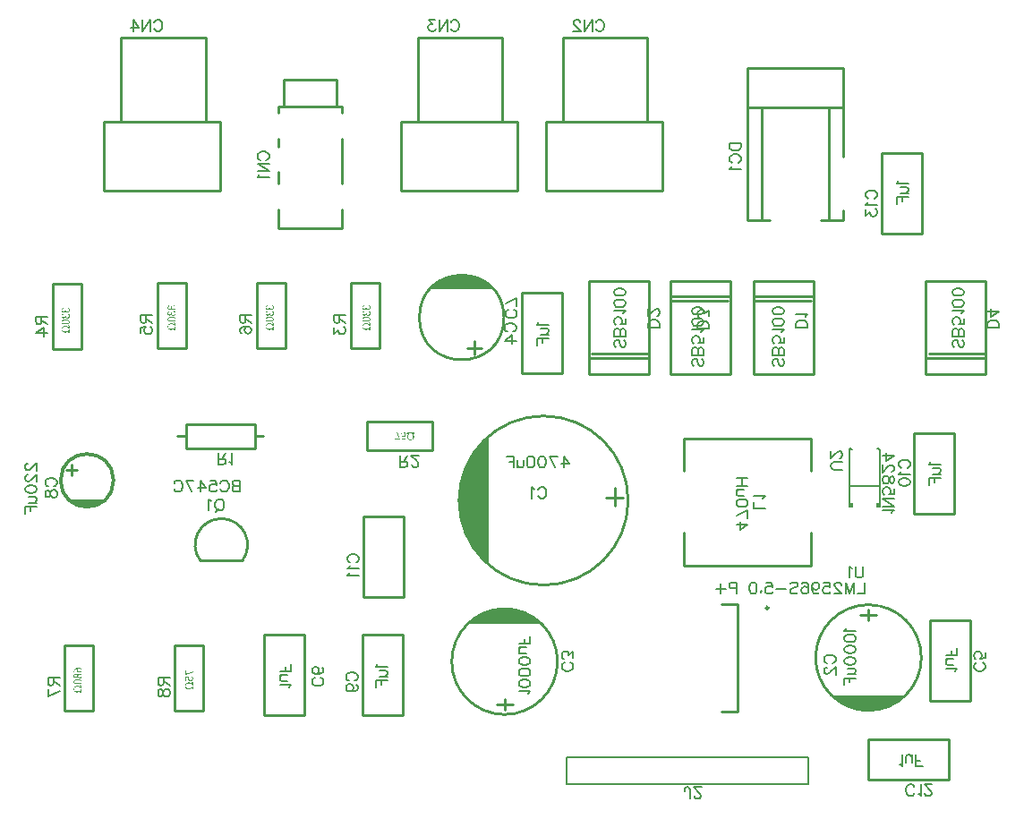
<source format=gbo>
G04 Layer: BottomSilkscreenLayer*
G04 EasyEDA v6.5.42, 2024-03-05 11:07:17*
G04 3b4d56fbe8a64d45884a67d00f8a37e5,a2f4cb7aa3704937908c5b59a0d1150c,10*
G04 Gerber Generator version 0.2*
G04 Scale: 100 percent, Rotated: No, Reflected: No *
G04 Dimensions in millimeters *
G04 leading zeros omitted , absolute positions ,4 integer and 5 decimal *
%FSLAX45Y45*%
%MOMM*%

%ADD10C,0.1524*%
%ADD11C,0.2540*%
%ADD12C,0.2030*%
%ADD13C,0.2032*%
%ADD14C,0.3000*%
%ADD15C,0.0131*%

%LPD*%
G36*
X4942078Y4261612D02*
G01*
X4942078Y4216400D01*
X4947412Y4216400D01*
X5016500Y4242816D01*
X5016500Y4251198D01*
X5015484Y4252214D01*
X4950714Y4222496D01*
X4950714Y4261612D01*
G37*
G36*
X5002530Y4207256D02*
G01*
X5001006Y4206290D01*
X4999888Y4205071D01*
X4999228Y4203598D01*
X4998974Y4201922D01*
X4999278Y4199737D01*
X5000396Y4198112D01*
X5002530Y4196842D01*
X5012690Y4194048D01*
X5013502Y4190593D01*
X5013706Y4186936D01*
X5012334Y4179824D01*
X5008422Y4174540D01*
X5002326Y4171289D01*
X4994402Y4170172D01*
X4986629Y4171391D01*
X4980889Y4174947D01*
X4977333Y4180433D01*
X4976114Y4187698D01*
X4976520Y4192930D01*
X4977638Y4198366D01*
X4976876Y4201160D01*
X4942078Y4198874D01*
X4942078Y4162551D01*
X4950714Y4162551D01*
X4950714Y4194556D01*
X4971796Y4196080D01*
X4970627Y4190441D01*
X4970272Y4184650D01*
X4970678Y4179468D01*
X4971796Y4174744D01*
X4973726Y4170629D01*
X4976317Y4167174D01*
X4979670Y4164329D01*
X4983683Y4162247D01*
X4988356Y4160977D01*
X4993640Y4160520D01*
X4998821Y4160977D01*
X5003546Y4162348D01*
X5007711Y4164584D01*
X5011267Y4167581D01*
X5014112Y4171289D01*
X5016246Y4175709D01*
X5017566Y4180789D01*
X5018024Y4186428D01*
X5017008Y4194048D01*
X5014061Y4200194D01*
X5009235Y4204614D01*
G37*
G36*
X4997704Y4151122D02*
G01*
X4997704Y4145279D01*
X5008626Y4142740D01*
X5008626Y4126992D01*
X5005425Y4131157D01*
X5001818Y4135018D01*
X4997958Y4138523D01*
X4993741Y4141571D01*
X4989220Y4144060D01*
X4984445Y4145940D01*
X4979365Y4147159D01*
X4974082Y4147565D01*
X4966360Y4146854D01*
X4959604Y4144924D01*
X4953812Y4141825D01*
X4948986Y4137761D01*
X4945227Y4132884D01*
X4942484Y4127296D01*
X4940858Y4121251D01*
X4940300Y4114800D01*
X4940858Y4108500D01*
X4942484Y4102557D01*
X4945227Y4097020D01*
X4948986Y4092143D01*
X4953812Y4088079D01*
X4959604Y4084980D01*
X4966360Y4082999D01*
X4974082Y4082287D01*
X4979365Y4082694D01*
X4984445Y4083913D01*
X4989220Y4085793D01*
X4993741Y4088282D01*
X4997958Y4091330D01*
X5001818Y4094835D01*
X5005425Y4098696D01*
X5008626Y4102862D01*
X5008626Y4087114D01*
X4997704Y4084574D01*
X4997704Y4078732D01*
X5016500Y4079748D01*
X5016500Y4109720D01*
X5009642Y4109720D01*
X5006289Y4106011D01*
X5002530Y4102658D01*
X4998415Y4099763D01*
X4993944Y4097324D01*
X4989271Y4095343D01*
X4984343Y4093870D01*
X4979263Y4093006D01*
X4974082Y4092701D01*
X4968087Y4093108D01*
X4962601Y4094226D01*
X4957673Y4096054D01*
X4953406Y4098594D01*
X4949952Y4101795D01*
X4947310Y4105554D01*
X4945684Y4109923D01*
X4945126Y4114800D01*
X4945684Y4119829D01*
X4947310Y4124299D01*
X4949952Y4128109D01*
X4953406Y4131310D01*
X4957673Y4133850D01*
X4962601Y4135678D01*
X4968087Y4136796D01*
X4974082Y4137151D01*
X4979263Y4136847D01*
X4984343Y4135983D01*
X4989271Y4134510D01*
X4993944Y4132579D01*
X4998415Y4130141D01*
X5002530Y4127296D01*
X5006289Y4124045D01*
X5009642Y4120387D01*
X5016500Y4120387D01*
X5016500Y4150106D01*
G37*
G36*
X7002272Y6516624D02*
G01*
X6994652Y6515607D01*
X6988505Y6512712D01*
X6984085Y6507835D01*
X6981444Y6501130D01*
X6982409Y6499606D01*
X6983628Y6498488D01*
X6985101Y6497828D01*
X6986778Y6497574D01*
X6988962Y6497878D01*
X6990588Y6498996D01*
X6991858Y6501130D01*
X6994652Y6511290D01*
X6998106Y6512102D01*
X7001764Y6512306D01*
X7008875Y6510934D01*
X7014159Y6507022D01*
X7017410Y6500926D01*
X7018528Y6493002D01*
X7017308Y6485229D01*
X7013752Y6479489D01*
X7008266Y6475933D01*
X7001002Y6474714D01*
X6995769Y6475069D01*
X6990334Y6476238D01*
X6987540Y6475476D01*
X6989825Y6440678D01*
X7026148Y6440678D01*
X7026148Y6449314D01*
X6994144Y6449314D01*
X6992620Y6470396D01*
X6998258Y6469227D01*
X7004050Y6468872D01*
X7009231Y6469278D01*
X7013956Y6470396D01*
X7018070Y6472326D01*
X7021525Y6474917D01*
X7024370Y6478270D01*
X7026452Y6482283D01*
X7027722Y6486956D01*
X7028180Y6492240D01*
X7027722Y6497421D01*
X7026351Y6502146D01*
X7024116Y6506311D01*
X7021118Y6509867D01*
X7017410Y6512712D01*
X7012990Y6514846D01*
X7007910Y6516166D01*
G37*
G36*
X6937502Y6515100D02*
G01*
X6936486Y6514084D01*
X6966203Y6449314D01*
X6927088Y6449314D01*
X6927088Y6440678D01*
X6972300Y6440678D01*
X6972300Y6446012D01*
X6945884Y6515100D01*
G37*
G36*
X7038594Y6515100D02*
G01*
X7037578Y6496304D01*
X7043420Y6496304D01*
X7045959Y6507226D01*
X7061708Y6507226D01*
X7057542Y6504025D01*
X7053681Y6500418D01*
X7050176Y6496558D01*
X7047128Y6492341D01*
X7044639Y6487820D01*
X7042759Y6483045D01*
X7041540Y6477965D01*
X7041134Y6472682D01*
X7041845Y6464960D01*
X7043775Y6458204D01*
X7046874Y6452412D01*
X7050938Y6447586D01*
X7055815Y6443827D01*
X7061403Y6441084D01*
X7067448Y6439458D01*
X7073900Y6438900D01*
X7080199Y6439458D01*
X7086142Y6441084D01*
X7091680Y6443827D01*
X7096556Y6447586D01*
X7100620Y6452412D01*
X7103719Y6458204D01*
X7105700Y6464960D01*
X7106412Y6472682D01*
X7106005Y6477965D01*
X7104786Y6483045D01*
X7102906Y6487820D01*
X7100417Y6492341D01*
X7097369Y6496558D01*
X7093864Y6500418D01*
X7090003Y6504025D01*
X7085838Y6507226D01*
X7101586Y6507226D01*
X7104125Y6496304D01*
X7109968Y6496304D01*
X7108952Y6515100D01*
X7078980Y6515100D01*
X7078980Y6508242D01*
X7082688Y6504889D01*
X7086041Y6501130D01*
X7088936Y6497015D01*
X7091375Y6492544D01*
X7093356Y6487871D01*
X7094829Y6482943D01*
X7095693Y6477863D01*
X7095998Y6472682D01*
X7095591Y6466687D01*
X7094474Y6461201D01*
X7092645Y6456273D01*
X7090105Y6452006D01*
X7086904Y6448552D01*
X7083145Y6445910D01*
X7078776Y6444284D01*
X7073900Y6443726D01*
X7068870Y6444284D01*
X7064400Y6445910D01*
X7060590Y6448552D01*
X7057390Y6452006D01*
X7054850Y6456273D01*
X7053021Y6461201D01*
X7051903Y6466687D01*
X7051548Y6472682D01*
X7051852Y6477863D01*
X7052716Y6482943D01*
X7054189Y6487871D01*
X7056120Y6492544D01*
X7058558Y6497015D01*
X7061403Y6501130D01*
X7064654Y6504889D01*
X7068312Y6508242D01*
X7068312Y6515100D01*
G37*
G36*
X6678930Y7716774D02*
G01*
X6677304Y7715707D01*
X6676186Y7714488D01*
X6675577Y7713065D01*
X6675374Y7711440D01*
X6675831Y7709153D01*
X6677152Y7707528D01*
X6679438Y7706309D01*
X6689344Y7703312D01*
X6689902Y7700111D01*
X6690106Y7696962D01*
X6688836Y7689850D01*
X6685330Y7684566D01*
X6679946Y7681315D01*
X6673088Y7680198D01*
X6666026Y7681264D01*
X6660692Y7684566D01*
X6657289Y7689951D01*
X6656070Y7697470D01*
X6656070Y7702803D01*
X6651244Y7702803D01*
X6651244Y7698486D01*
X6650228Y7691780D01*
X6647180Y7686649D01*
X6642252Y7683398D01*
X6635496Y7682230D01*
X6629400Y7683144D01*
X6624929Y7685836D01*
X6622186Y7690154D01*
X6621272Y7695946D01*
X6621322Y7698435D01*
X6621780Y7701280D01*
X6631330Y7704175D01*
X6633413Y7705394D01*
X6634581Y7707071D01*
X6634988Y7709408D01*
X6634784Y7711186D01*
X6634124Y7712659D01*
X6632956Y7713827D01*
X6631178Y7714742D01*
X6624878Y7712049D01*
X6620459Y7707375D01*
X6617817Y7701178D01*
X6616953Y7693914D01*
X6618274Y7685176D01*
X6621983Y7678521D01*
X6627672Y7674305D01*
X6634988Y7672831D01*
X6641084Y7673848D01*
X6646367Y7676896D01*
X6650583Y7681823D01*
X6653530Y7688580D01*
X6656171Y7680502D01*
X6660438Y7674914D01*
X6666179Y7671612D01*
X6673088Y7670546D01*
X6677507Y7671003D01*
X6681571Y7672324D01*
X6685178Y7674457D01*
X6688328Y7677353D01*
X6690868Y7680959D01*
X6692798Y7685227D01*
X6694017Y7690053D01*
X6694424Y7695438D01*
X6693509Y7703108D01*
X6690664Y7709458D01*
X6685838Y7714132D01*
G37*
G36*
X6678930Y7660894D02*
G01*
X6677304Y7659827D01*
X6676186Y7658608D01*
X6675577Y7657185D01*
X6675374Y7655559D01*
X6675831Y7653274D01*
X6677152Y7651648D01*
X6679438Y7650429D01*
X6689344Y7647686D01*
X6689902Y7644434D01*
X6690106Y7641336D01*
X6688836Y7634224D01*
X6685330Y7628940D01*
X6679946Y7625689D01*
X6673088Y7624572D01*
X6666026Y7625638D01*
X6660692Y7628839D01*
X6657289Y7634224D01*
X6656070Y7641844D01*
X6656070Y7646924D01*
X6651244Y7646924D01*
X6651244Y7642606D01*
X6650228Y7635900D01*
X6647180Y7630769D01*
X6642252Y7627518D01*
X6635496Y7626350D01*
X6629400Y7627264D01*
X6624929Y7630007D01*
X6622186Y7634376D01*
X6621272Y7640320D01*
X6621322Y7642809D01*
X6621780Y7645653D01*
X6628384Y7647431D01*
X6631330Y7648448D01*
X6633413Y7649768D01*
X6634581Y7651445D01*
X6634988Y7653781D01*
X6634784Y7655407D01*
X6634124Y7656779D01*
X6632956Y7657947D01*
X6631178Y7658862D01*
X6624878Y7656220D01*
X6620459Y7651597D01*
X6617817Y7645400D01*
X6616953Y7638034D01*
X6618274Y7629296D01*
X6621983Y7622641D01*
X6627672Y7618425D01*
X6634988Y7616952D01*
X6641084Y7617968D01*
X6646367Y7621016D01*
X6650583Y7625943D01*
X6653530Y7632700D01*
X6656171Y7624724D01*
X6660438Y7619085D01*
X6666179Y7615783D01*
X6673088Y7614666D01*
X6677507Y7615123D01*
X6681571Y7616494D01*
X6685178Y7618679D01*
X6688328Y7621574D01*
X6690868Y7625181D01*
X6692798Y7629448D01*
X6694017Y7634274D01*
X6694424Y7639558D01*
X6693509Y7647330D01*
X6690664Y7653629D01*
X6685838Y7658252D01*
G37*
G36*
X6655053Y7605522D02*
G01*
X6645452Y7605014D01*
X6637426Y7603540D01*
X6630822Y7601254D01*
X6625640Y7598257D01*
X6621729Y7594752D01*
X6619036Y7590739D01*
X6617462Y7586421D01*
X6616953Y7581900D01*
X6621272Y7581900D01*
X6621627Y7584541D01*
X6622796Y7587030D01*
X6624929Y7589367D01*
X6628180Y7591399D01*
X6632651Y7593126D01*
X6638544Y7594447D01*
X6645960Y7595311D01*
X6655053Y7595616D01*
X6664502Y7595311D01*
X6672224Y7594447D01*
X6678320Y7593126D01*
X6682943Y7591399D01*
X6686296Y7589367D01*
X6688531Y7587030D01*
X6689750Y7584541D01*
X6690106Y7581900D01*
X6689750Y7579410D01*
X6688531Y7577023D01*
X6686296Y7574838D01*
X6682943Y7572806D01*
X6678320Y7571130D01*
X6672224Y7569809D01*
X6664502Y7568996D01*
X6655053Y7568692D01*
X6645960Y7568996D01*
X6638544Y7569809D01*
X6632651Y7571130D01*
X6628180Y7572806D01*
X6624929Y7574838D01*
X6622796Y7577023D01*
X6621627Y7579410D01*
X6621272Y7581900D01*
X6616953Y7581900D01*
X6617462Y7577531D01*
X6619036Y7573365D01*
X6621729Y7569453D01*
X6625640Y7565948D01*
X6630822Y7563002D01*
X6637426Y7560767D01*
X6645452Y7559294D01*
X6655053Y7558786D01*
X6665010Y7559294D01*
X6673291Y7560767D01*
X6680149Y7563002D01*
X6685483Y7565948D01*
X6689547Y7569453D01*
X6692290Y7573365D01*
X6693916Y7577531D01*
X6694424Y7581900D01*
X6693916Y7586421D01*
X6692290Y7590739D01*
X6689547Y7594752D01*
X6685483Y7598257D01*
X6680149Y7601254D01*
X6673291Y7603540D01*
X6665010Y7605014D01*
G37*
G36*
X6674103Y7549896D02*
G01*
X6674103Y7544053D01*
X6685025Y7541259D01*
X6685025Y7525512D01*
X6681825Y7529677D01*
X6678218Y7533538D01*
X6674358Y7537043D01*
X6670141Y7540091D01*
X6665620Y7542580D01*
X6660845Y7544460D01*
X6655765Y7545679D01*
X6650481Y7546086D01*
X6642760Y7545374D01*
X6636003Y7543444D01*
X6630212Y7540345D01*
X6625386Y7536281D01*
X6621627Y7531455D01*
X6618884Y7525918D01*
X6617258Y7519924D01*
X6616700Y7513574D01*
X6617258Y7507224D01*
X6618884Y7501229D01*
X6621627Y7495692D01*
X6625386Y7490815D01*
X6630212Y7486802D01*
X6636003Y7483703D01*
X6642760Y7481773D01*
X6650481Y7481062D01*
X6655765Y7481468D01*
X6660845Y7482636D01*
X6665620Y7484465D01*
X6670141Y7486954D01*
X6674358Y7490002D01*
X6678218Y7493508D01*
X6681825Y7497419D01*
X6685025Y7501636D01*
X6685025Y7485888D01*
X6674103Y7483094D01*
X6674103Y7477252D01*
X6692900Y7478268D01*
X6692900Y7508240D01*
X6686042Y7508240D01*
X6682689Y7504531D01*
X6678930Y7501229D01*
X6674815Y7498334D01*
X6670344Y7495946D01*
X6665671Y7494016D01*
X6660743Y7492644D01*
X6655663Y7491780D01*
X6650481Y7491475D01*
X6644487Y7491831D01*
X6639001Y7492949D01*
X6634073Y7494778D01*
X6629806Y7497267D01*
X6626352Y7500416D01*
X6623710Y7504226D01*
X6622084Y7508595D01*
X6621525Y7513574D01*
X6622084Y7518552D01*
X6623710Y7522921D01*
X6626352Y7526680D01*
X6629806Y7529880D01*
X6634073Y7532370D01*
X6639001Y7534198D01*
X6644487Y7535316D01*
X6650481Y7535672D01*
X6655663Y7535367D01*
X6660743Y7534503D01*
X6665671Y7533131D01*
X6670344Y7531201D01*
X6674815Y7528763D01*
X6678930Y7525918D01*
X6682689Y7522616D01*
X6686042Y7518908D01*
X6692900Y7518908D01*
X6692900Y7548625D01*
G37*
G36*
X3834129Y7691374D02*
G01*
X3832504Y7690307D01*
X3831386Y7689088D01*
X3830777Y7687665D01*
X3830574Y7686040D01*
X3831031Y7683753D01*
X3832351Y7682128D01*
X3834637Y7680909D01*
X3844544Y7677912D01*
X3845102Y7674711D01*
X3845306Y7671562D01*
X3844036Y7664450D01*
X3840530Y7659166D01*
X3835146Y7655915D01*
X3828287Y7654798D01*
X3821226Y7655864D01*
X3815892Y7659166D01*
X3812489Y7664551D01*
X3811270Y7672070D01*
X3811270Y7677403D01*
X3806444Y7677403D01*
X3806444Y7673086D01*
X3805428Y7666380D01*
X3802379Y7661249D01*
X3797452Y7657998D01*
X3790696Y7656830D01*
X3784600Y7657744D01*
X3780129Y7660436D01*
X3777386Y7664754D01*
X3776472Y7670546D01*
X3776522Y7673035D01*
X3776979Y7675880D01*
X3786530Y7678775D01*
X3788613Y7679994D01*
X3789781Y7681671D01*
X3790187Y7684008D01*
X3789984Y7685786D01*
X3789324Y7687259D01*
X3788156Y7688427D01*
X3786378Y7689342D01*
X3780078Y7686649D01*
X3775659Y7681975D01*
X3773017Y7675778D01*
X3772154Y7668514D01*
X3773474Y7659776D01*
X3777183Y7653121D01*
X3782872Y7648905D01*
X3790187Y7647431D01*
X3796284Y7648448D01*
X3801567Y7651496D01*
X3805783Y7656423D01*
X3808729Y7663180D01*
X3811371Y7655102D01*
X3815638Y7649514D01*
X3821379Y7646212D01*
X3828287Y7645146D01*
X3832707Y7645603D01*
X3836771Y7646924D01*
X3840378Y7649057D01*
X3843528Y7651953D01*
X3846068Y7655559D01*
X3847998Y7659827D01*
X3849217Y7664653D01*
X3849624Y7670038D01*
X3848709Y7677708D01*
X3845864Y7684058D01*
X3841038Y7688732D01*
G37*
G36*
X3834129Y7635494D02*
G01*
X3832504Y7634427D01*
X3831386Y7633208D01*
X3830777Y7631785D01*
X3830574Y7630159D01*
X3831031Y7627874D01*
X3832351Y7626248D01*
X3834637Y7625029D01*
X3844544Y7622286D01*
X3845102Y7619034D01*
X3845306Y7615936D01*
X3844036Y7608824D01*
X3840530Y7603540D01*
X3835146Y7600289D01*
X3828287Y7599172D01*
X3821226Y7600238D01*
X3815892Y7603439D01*
X3812489Y7608824D01*
X3811270Y7616444D01*
X3811270Y7621524D01*
X3806444Y7621524D01*
X3806444Y7617206D01*
X3805428Y7610500D01*
X3802379Y7605369D01*
X3797452Y7602118D01*
X3790696Y7600950D01*
X3784600Y7601864D01*
X3780129Y7604607D01*
X3777386Y7608976D01*
X3776472Y7614920D01*
X3776522Y7617409D01*
X3776979Y7620253D01*
X3783584Y7622031D01*
X3786530Y7623048D01*
X3788613Y7624368D01*
X3789781Y7626045D01*
X3790187Y7628381D01*
X3789984Y7630007D01*
X3789324Y7631379D01*
X3788156Y7632547D01*
X3786378Y7633462D01*
X3780078Y7630820D01*
X3775659Y7626197D01*
X3773017Y7620000D01*
X3772154Y7612634D01*
X3773474Y7603896D01*
X3777183Y7597241D01*
X3782872Y7593025D01*
X3790187Y7591552D01*
X3796284Y7592568D01*
X3801567Y7595616D01*
X3805783Y7600543D01*
X3808729Y7607300D01*
X3811371Y7599324D01*
X3815638Y7593685D01*
X3821379Y7590383D01*
X3828287Y7589266D01*
X3832707Y7589723D01*
X3836771Y7591094D01*
X3840378Y7593279D01*
X3843528Y7596174D01*
X3846068Y7599781D01*
X3847998Y7604048D01*
X3849217Y7608874D01*
X3849624Y7614158D01*
X3848709Y7621930D01*
X3845864Y7628229D01*
X3841038Y7632852D01*
G37*
G36*
X3810254Y7580122D02*
G01*
X3800652Y7579614D01*
X3792626Y7578140D01*
X3786022Y7575854D01*
X3780840Y7572857D01*
X3776929Y7569352D01*
X3774236Y7565339D01*
X3772662Y7561021D01*
X3772154Y7556500D01*
X3776472Y7556500D01*
X3776827Y7559141D01*
X3777996Y7561630D01*
X3780129Y7563967D01*
X3783380Y7565999D01*
X3787851Y7567726D01*
X3793744Y7569047D01*
X3801160Y7569911D01*
X3810254Y7570216D01*
X3819702Y7569911D01*
X3827424Y7569047D01*
X3833520Y7567726D01*
X3838143Y7565999D01*
X3841496Y7563967D01*
X3843731Y7561630D01*
X3844950Y7559141D01*
X3845306Y7556500D01*
X3844950Y7554010D01*
X3843731Y7551623D01*
X3841496Y7549438D01*
X3838143Y7547406D01*
X3833520Y7545730D01*
X3827424Y7544409D01*
X3819702Y7543596D01*
X3810254Y7543292D01*
X3801160Y7543596D01*
X3793744Y7544409D01*
X3787851Y7545730D01*
X3783380Y7547406D01*
X3780129Y7549438D01*
X3777996Y7551623D01*
X3776827Y7554010D01*
X3776472Y7556500D01*
X3772154Y7556500D01*
X3772662Y7552131D01*
X3774236Y7547965D01*
X3776929Y7544053D01*
X3780840Y7540548D01*
X3786022Y7537602D01*
X3792626Y7535367D01*
X3800652Y7533894D01*
X3810254Y7533386D01*
X3820210Y7533894D01*
X3828491Y7535367D01*
X3835349Y7537602D01*
X3840683Y7540548D01*
X3844747Y7544053D01*
X3847490Y7547965D01*
X3849115Y7552131D01*
X3849624Y7556500D01*
X3849115Y7561021D01*
X3847490Y7565339D01*
X3844747Y7569352D01*
X3840683Y7572857D01*
X3835349Y7575854D01*
X3828491Y7578140D01*
X3820210Y7579614D01*
G37*
G36*
X3829304Y7524496D02*
G01*
X3829304Y7518653D01*
X3840226Y7515859D01*
X3840226Y7500112D01*
X3837025Y7504277D01*
X3833418Y7508138D01*
X3829558Y7511643D01*
X3825341Y7514691D01*
X3820820Y7517180D01*
X3816045Y7519060D01*
X3810965Y7520279D01*
X3805682Y7520686D01*
X3797960Y7519974D01*
X3791204Y7518044D01*
X3785412Y7514945D01*
X3780586Y7510881D01*
X3776827Y7506055D01*
X3774084Y7500518D01*
X3772458Y7494524D01*
X3771900Y7488174D01*
X3772458Y7481824D01*
X3774084Y7475829D01*
X3776827Y7470292D01*
X3780586Y7465415D01*
X3785412Y7461402D01*
X3791204Y7458303D01*
X3797960Y7456373D01*
X3805682Y7455662D01*
X3810965Y7456068D01*
X3816045Y7457236D01*
X3820820Y7459065D01*
X3825341Y7461554D01*
X3829558Y7464602D01*
X3833418Y7468108D01*
X3837025Y7472019D01*
X3840226Y7476236D01*
X3840226Y7460488D01*
X3829304Y7457694D01*
X3829304Y7451852D01*
X3848100Y7452868D01*
X3848100Y7482840D01*
X3841242Y7482840D01*
X3837889Y7479131D01*
X3834129Y7475829D01*
X3830015Y7472934D01*
X3825544Y7470546D01*
X3820871Y7468616D01*
X3815943Y7467244D01*
X3810863Y7466380D01*
X3805682Y7466075D01*
X3799687Y7466431D01*
X3794201Y7467549D01*
X3789273Y7469378D01*
X3785006Y7471867D01*
X3781551Y7475016D01*
X3778910Y7478826D01*
X3777284Y7483195D01*
X3776726Y7488174D01*
X3777284Y7493152D01*
X3778910Y7497521D01*
X3781551Y7501280D01*
X3785006Y7504480D01*
X3789273Y7506970D01*
X3794201Y7508798D01*
X3799687Y7509916D01*
X3805682Y7510272D01*
X3810863Y7509967D01*
X3815943Y7509103D01*
X3820871Y7507731D01*
X3825544Y7505801D01*
X3830015Y7503363D01*
X3834129Y7500518D01*
X3837889Y7497216D01*
X3841242Y7493508D01*
X3848100Y7493508D01*
X3848100Y7523225D01*
G37*
G36*
X4837430Y7716774D02*
G01*
X4835804Y7715707D01*
X4834686Y7714488D01*
X4834077Y7713065D01*
X4833874Y7711440D01*
X4834331Y7709153D01*
X4835652Y7707528D01*
X4837938Y7706309D01*
X4847844Y7703312D01*
X4848402Y7700111D01*
X4848606Y7696962D01*
X4847336Y7689850D01*
X4843830Y7684566D01*
X4838446Y7681315D01*
X4831588Y7680198D01*
X4824526Y7681264D01*
X4819192Y7684566D01*
X4815789Y7689951D01*
X4814570Y7697470D01*
X4814570Y7702803D01*
X4809744Y7702803D01*
X4809744Y7698486D01*
X4808728Y7691780D01*
X4805680Y7686649D01*
X4800752Y7683398D01*
X4793996Y7682230D01*
X4787900Y7683144D01*
X4783429Y7685836D01*
X4780686Y7690154D01*
X4779772Y7695946D01*
X4779822Y7698435D01*
X4780280Y7701280D01*
X4789830Y7704175D01*
X4791913Y7705394D01*
X4793081Y7707071D01*
X4793488Y7709408D01*
X4793284Y7711186D01*
X4792624Y7712659D01*
X4791456Y7713827D01*
X4789678Y7714742D01*
X4783378Y7712049D01*
X4778959Y7707375D01*
X4776317Y7701178D01*
X4775454Y7693914D01*
X4776774Y7685176D01*
X4780483Y7678521D01*
X4786172Y7674305D01*
X4793488Y7672831D01*
X4799584Y7673848D01*
X4804867Y7676896D01*
X4809083Y7681823D01*
X4812030Y7688580D01*
X4814671Y7680502D01*
X4818938Y7674914D01*
X4824679Y7671612D01*
X4831588Y7670546D01*
X4836007Y7671003D01*
X4840071Y7672324D01*
X4843678Y7674457D01*
X4846828Y7677353D01*
X4849368Y7680959D01*
X4851298Y7685227D01*
X4852517Y7690053D01*
X4852924Y7695438D01*
X4852009Y7703108D01*
X4849164Y7709458D01*
X4844338Y7714132D01*
G37*
G36*
X4837430Y7660894D02*
G01*
X4835804Y7659827D01*
X4834686Y7658608D01*
X4834077Y7657185D01*
X4833874Y7655559D01*
X4834331Y7653274D01*
X4835652Y7651648D01*
X4837938Y7650429D01*
X4847844Y7647686D01*
X4848402Y7644434D01*
X4848606Y7641336D01*
X4847336Y7634224D01*
X4843830Y7628940D01*
X4838446Y7625689D01*
X4831588Y7624572D01*
X4824526Y7625638D01*
X4819192Y7628839D01*
X4815789Y7634224D01*
X4814570Y7641844D01*
X4814570Y7646924D01*
X4809744Y7646924D01*
X4809744Y7642606D01*
X4808728Y7635900D01*
X4805680Y7630769D01*
X4800752Y7627518D01*
X4793996Y7626350D01*
X4787900Y7627264D01*
X4783429Y7630007D01*
X4780686Y7634376D01*
X4779772Y7640320D01*
X4779822Y7642809D01*
X4780280Y7645653D01*
X4786884Y7647431D01*
X4789830Y7648448D01*
X4791913Y7649768D01*
X4793081Y7651445D01*
X4793488Y7653781D01*
X4793284Y7655407D01*
X4792624Y7656779D01*
X4791456Y7657947D01*
X4789678Y7658862D01*
X4783378Y7656220D01*
X4778959Y7651597D01*
X4776317Y7645400D01*
X4775454Y7638034D01*
X4776774Y7629296D01*
X4780483Y7622641D01*
X4786172Y7618425D01*
X4793488Y7616952D01*
X4799584Y7617968D01*
X4804867Y7621016D01*
X4809083Y7625943D01*
X4812030Y7632700D01*
X4814671Y7624724D01*
X4818938Y7619085D01*
X4824679Y7615783D01*
X4831588Y7614666D01*
X4836007Y7615123D01*
X4840071Y7616494D01*
X4843678Y7618679D01*
X4846828Y7621574D01*
X4849368Y7625181D01*
X4851298Y7629448D01*
X4852517Y7634274D01*
X4852924Y7639558D01*
X4852009Y7647330D01*
X4849164Y7653629D01*
X4844338Y7658252D01*
G37*
G36*
X4813554Y7605522D02*
G01*
X4803952Y7605014D01*
X4795926Y7603540D01*
X4789322Y7601254D01*
X4784140Y7598257D01*
X4780229Y7594752D01*
X4777536Y7590739D01*
X4775962Y7586421D01*
X4775454Y7581900D01*
X4779772Y7581900D01*
X4780127Y7584541D01*
X4781296Y7587030D01*
X4783429Y7589367D01*
X4786680Y7591399D01*
X4791151Y7593126D01*
X4797044Y7594447D01*
X4804460Y7595311D01*
X4813554Y7595616D01*
X4823002Y7595311D01*
X4830724Y7594447D01*
X4836820Y7593126D01*
X4841443Y7591399D01*
X4844796Y7589367D01*
X4847031Y7587030D01*
X4848250Y7584541D01*
X4848606Y7581900D01*
X4848250Y7579410D01*
X4847031Y7577023D01*
X4844796Y7574838D01*
X4841443Y7572806D01*
X4836820Y7571130D01*
X4830724Y7569809D01*
X4823002Y7568996D01*
X4813554Y7568692D01*
X4804460Y7568996D01*
X4797044Y7569809D01*
X4791151Y7571130D01*
X4786680Y7572806D01*
X4783429Y7574838D01*
X4781296Y7577023D01*
X4780127Y7579410D01*
X4779772Y7581900D01*
X4775454Y7581900D01*
X4775962Y7577531D01*
X4777536Y7573365D01*
X4780229Y7569453D01*
X4784140Y7565948D01*
X4789322Y7563002D01*
X4795926Y7560767D01*
X4803952Y7559294D01*
X4813554Y7558786D01*
X4823510Y7559294D01*
X4831791Y7560767D01*
X4838649Y7563002D01*
X4843983Y7565948D01*
X4848047Y7569453D01*
X4850790Y7573365D01*
X4852416Y7577531D01*
X4852924Y7581900D01*
X4852416Y7586421D01*
X4850790Y7590739D01*
X4848047Y7594752D01*
X4843983Y7598257D01*
X4838649Y7601254D01*
X4831791Y7603540D01*
X4823510Y7605014D01*
G37*
G36*
X4832604Y7549896D02*
G01*
X4832604Y7544053D01*
X4843526Y7541259D01*
X4843526Y7525512D01*
X4840325Y7529677D01*
X4836718Y7533538D01*
X4832858Y7537043D01*
X4828641Y7540091D01*
X4824120Y7542580D01*
X4819345Y7544460D01*
X4814265Y7545679D01*
X4808982Y7546086D01*
X4801260Y7545374D01*
X4794504Y7543444D01*
X4788712Y7540345D01*
X4783886Y7536281D01*
X4780127Y7531455D01*
X4777384Y7525918D01*
X4775758Y7519924D01*
X4775200Y7513574D01*
X4775758Y7507224D01*
X4777384Y7501229D01*
X4780127Y7495692D01*
X4783886Y7490815D01*
X4788712Y7486802D01*
X4794504Y7483703D01*
X4801260Y7481773D01*
X4808982Y7481062D01*
X4814265Y7481468D01*
X4819345Y7482636D01*
X4824120Y7484465D01*
X4828641Y7486954D01*
X4832858Y7490002D01*
X4836718Y7493508D01*
X4840325Y7497419D01*
X4843526Y7501636D01*
X4843526Y7485888D01*
X4832604Y7483094D01*
X4832604Y7477252D01*
X4851400Y7478268D01*
X4851400Y7508240D01*
X4844542Y7508240D01*
X4841189Y7504531D01*
X4837430Y7501229D01*
X4833315Y7498334D01*
X4828844Y7495946D01*
X4824171Y7494016D01*
X4819243Y7492644D01*
X4814163Y7491780D01*
X4808982Y7491475D01*
X4802987Y7491831D01*
X4797501Y7492949D01*
X4792573Y7494778D01*
X4788306Y7497267D01*
X4784852Y7500416D01*
X4782210Y7504226D01*
X4780584Y7508595D01*
X4780026Y7513574D01*
X4780584Y7518552D01*
X4782210Y7522921D01*
X4784852Y7526680D01*
X4788306Y7529880D01*
X4792573Y7532370D01*
X4797501Y7534198D01*
X4802987Y7535316D01*
X4808982Y7535672D01*
X4814163Y7535367D01*
X4819243Y7534503D01*
X4824171Y7533131D01*
X4828844Y7531201D01*
X4833315Y7528763D01*
X4837430Y7525918D01*
X4841189Y7522616D01*
X4844542Y7518908D01*
X4851400Y7518908D01*
X4851400Y7548625D01*
G37*
G36*
X5764530Y7716774D02*
G01*
X5762904Y7715707D01*
X5761786Y7714488D01*
X5761177Y7713065D01*
X5760974Y7711440D01*
X5761431Y7709153D01*
X5762752Y7707528D01*
X5765038Y7706309D01*
X5774944Y7703312D01*
X5775502Y7700111D01*
X5775706Y7696962D01*
X5774436Y7689850D01*
X5770930Y7684566D01*
X5765546Y7681315D01*
X5758688Y7680198D01*
X5751626Y7681264D01*
X5746292Y7684566D01*
X5742889Y7689951D01*
X5741670Y7697470D01*
X5741670Y7702803D01*
X5736844Y7702803D01*
X5736844Y7698486D01*
X5735828Y7691780D01*
X5732780Y7686649D01*
X5727852Y7683398D01*
X5721096Y7682230D01*
X5715000Y7683144D01*
X5710529Y7685836D01*
X5707786Y7690154D01*
X5706872Y7695946D01*
X5706922Y7698435D01*
X5707380Y7701280D01*
X5716930Y7704175D01*
X5719013Y7705394D01*
X5720181Y7707071D01*
X5720588Y7709408D01*
X5720384Y7711186D01*
X5719724Y7712659D01*
X5718556Y7713827D01*
X5716778Y7714742D01*
X5710478Y7712049D01*
X5706059Y7707375D01*
X5703417Y7701178D01*
X5702554Y7693914D01*
X5703874Y7685176D01*
X5707583Y7678521D01*
X5713272Y7674305D01*
X5720588Y7672831D01*
X5726684Y7673848D01*
X5731967Y7676896D01*
X5736183Y7681823D01*
X5739130Y7688580D01*
X5741771Y7680502D01*
X5746038Y7674914D01*
X5751779Y7671612D01*
X5758688Y7670546D01*
X5763107Y7671003D01*
X5767171Y7672324D01*
X5770778Y7674457D01*
X5773928Y7677353D01*
X5776468Y7680959D01*
X5778398Y7685227D01*
X5779617Y7690053D01*
X5780024Y7695438D01*
X5779109Y7703108D01*
X5776264Y7709458D01*
X5771438Y7714132D01*
G37*
G36*
X5764530Y7660894D02*
G01*
X5762904Y7659827D01*
X5761786Y7658608D01*
X5761177Y7657185D01*
X5760974Y7655559D01*
X5761431Y7653274D01*
X5762752Y7651648D01*
X5765038Y7650429D01*
X5774944Y7647686D01*
X5775502Y7644434D01*
X5775706Y7641336D01*
X5774436Y7634224D01*
X5770930Y7628940D01*
X5765546Y7625689D01*
X5758688Y7624572D01*
X5751626Y7625638D01*
X5746292Y7628839D01*
X5742889Y7634224D01*
X5741670Y7641844D01*
X5741670Y7646924D01*
X5736844Y7646924D01*
X5736844Y7642606D01*
X5735828Y7635900D01*
X5732780Y7630769D01*
X5727852Y7627518D01*
X5721096Y7626350D01*
X5715000Y7627264D01*
X5710529Y7630007D01*
X5707786Y7634376D01*
X5706872Y7640320D01*
X5706922Y7642809D01*
X5707380Y7645653D01*
X5713984Y7647431D01*
X5716930Y7648448D01*
X5719013Y7649768D01*
X5720181Y7651445D01*
X5720588Y7653781D01*
X5720384Y7655407D01*
X5719724Y7656779D01*
X5718556Y7657947D01*
X5716778Y7658862D01*
X5710478Y7656220D01*
X5706059Y7651597D01*
X5703417Y7645400D01*
X5702554Y7638034D01*
X5703874Y7629296D01*
X5707583Y7622641D01*
X5713272Y7618425D01*
X5720588Y7616952D01*
X5726684Y7617968D01*
X5731967Y7621016D01*
X5736183Y7625943D01*
X5739130Y7632700D01*
X5741771Y7624724D01*
X5746038Y7619085D01*
X5751779Y7615783D01*
X5758688Y7614666D01*
X5763107Y7615123D01*
X5767171Y7616494D01*
X5770778Y7618679D01*
X5773928Y7621574D01*
X5776468Y7625181D01*
X5778398Y7629448D01*
X5779617Y7634274D01*
X5780024Y7639558D01*
X5779109Y7647330D01*
X5776264Y7653629D01*
X5771438Y7658252D01*
G37*
G36*
X5740654Y7605522D02*
G01*
X5731052Y7605014D01*
X5723026Y7603540D01*
X5716422Y7601254D01*
X5711240Y7598257D01*
X5707329Y7594752D01*
X5704636Y7590739D01*
X5703062Y7586421D01*
X5702554Y7581900D01*
X5706872Y7581900D01*
X5707227Y7584541D01*
X5708396Y7587030D01*
X5710529Y7589367D01*
X5713780Y7591399D01*
X5718251Y7593126D01*
X5724144Y7594447D01*
X5731560Y7595311D01*
X5740654Y7595616D01*
X5750102Y7595311D01*
X5757824Y7594447D01*
X5763920Y7593126D01*
X5768543Y7591399D01*
X5771896Y7589367D01*
X5774131Y7587030D01*
X5775350Y7584541D01*
X5775706Y7581900D01*
X5775350Y7579410D01*
X5774131Y7577023D01*
X5771896Y7574838D01*
X5768543Y7572806D01*
X5763920Y7571130D01*
X5757824Y7569809D01*
X5750102Y7568996D01*
X5740654Y7568692D01*
X5731560Y7568996D01*
X5724144Y7569809D01*
X5718251Y7571130D01*
X5713780Y7572806D01*
X5710529Y7574838D01*
X5708396Y7577023D01*
X5707227Y7579410D01*
X5706872Y7581900D01*
X5702554Y7581900D01*
X5703062Y7577531D01*
X5704636Y7573365D01*
X5707329Y7569453D01*
X5711240Y7565948D01*
X5716422Y7563002D01*
X5723026Y7560767D01*
X5731052Y7559294D01*
X5740654Y7558786D01*
X5750610Y7559294D01*
X5758891Y7560767D01*
X5765749Y7563002D01*
X5771083Y7565948D01*
X5775147Y7569453D01*
X5777890Y7573365D01*
X5779516Y7577531D01*
X5780024Y7581900D01*
X5779516Y7586421D01*
X5777890Y7590739D01*
X5775147Y7594752D01*
X5771083Y7598257D01*
X5765749Y7601254D01*
X5758891Y7603540D01*
X5750610Y7605014D01*
G37*
G36*
X5759704Y7549896D02*
G01*
X5759704Y7544053D01*
X5770626Y7541259D01*
X5770626Y7525512D01*
X5767425Y7529677D01*
X5763818Y7533538D01*
X5759958Y7537043D01*
X5755741Y7540091D01*
X5751220Y7542580D01*
X5746445Y7544460D01*
X5741365Y7545679D01*
X5736082Y7546086D01*
X5728360Y7545374D01*
X5721604Y7543444D01*
X5715812Y7540345D01*
X5710986Y7536281D01*
X5707227Y7531455D01*
X5704484Y7525918D01*
X5702858Y7519924D01*
X5702300Y7513574D01*
X5702858Y7507224D01*
X5704484Y7501229D01*
X5707227Y7495692D01*
X5710986Y7490815D01*
X5715812Y7486802D01*
X5721604Y7483703D01*
X5728360Y7481773D01*
X5736082Y7481062D01*
X5741365Y7481468D01*
X5746445Y7482636D01*
X5751220Y7484465D01*
X5755741Y7486954D01*
X5759958Y7490002D01*
X5763818Y7493508D01*
X5767425Y7497419D01*
X5770626Y7501636D01*
X5770626Y7485888D01*
X5759704Y7483094D01*
X5759704Y7477252D01*
X5778500Y7478268D01*
X5778500Y7508240D01*
X5771642Y7508240D01*
X5768289Y7504531D01*
X5764530Y7501229D01*
X5760415Y7498334D01*
X5755944Y7495946D01*
X5751271Y7494016D01*
X5746343Y7492644D01*
X5741263Y7491780D01*
X5736082Y7491475D01*
X5730087Y7491831D01*
X5724601Y7492949D01*
X5719673Y7494778D01*
X5715406Y7497267D01*
X5711952Y7500416D01*
X5709310Y7504226D01*
X5707684Y7508595D01*
X5707126Y7513574D01*
X5707684Y7518552D01*
X5709310Y7522921D01*
X5711952Y7526680D01*
X5715406Y7529880D01*
X5719673Y7532370D01*
X5724601Y7534198D01*
X5730087Y7535316D01*
X5736082Y7535672D01*
X5741263Y7535367D01*
X5746343Y7534503D01*
X5751271Y7533131D01*
X5755944Y7531201D01*
X5760415Y7528763D01*
X5764530Y7525918D01*
X5768289Y7522616D01*
X5771642Y7518908D01*
X5778500Y7518908D01*
X5778500Y7548625D01*
G37*
G36*
X3931920Y4288028D02*
G01*
X3926281Y4287723D01*
X3920845Y4286758D01*
X3915613Y4285234D01*
X3910685Y4283049D01*
X3906113Y4280306D01*
X3901846Y4276953D01*
X3898036Y4273092D01*
X3894632Y4268622D01*
X3891737Y4263593D01*
X3889400Y4258056D01*
X3887622Y4251960D01*
X3886454Y4245356D01*
X3889248Y4244594D01*
X3891483Y4252061D01*
X3894277Y4258564D01*
X3897731Y4264050D01*
X3901795Y4268571D01*
X3906520Y4272229D01*
X3911803Y4275023D01*
X3917746Y4276953D01*
X3924300Y4278122D01*
X3921099Y4274362D01*
X3918813Y4270349D01*
X3917391Y4266082D01*
X3917193Y4264152D01*
X3922776Y4264152D01*
X3923080Y4267708D01*
X3924046Y4271365D01*
X3925773Y4274972D01*
X3928364Y4278376D01*
X3937203Y4278122D01*
X3943096Y4277360D01*
X3948125Y4276140D01*
X3952240Y4274413D01*
X3955440Y4272330D01*
X3957777Y4269790D01*
X3959148Y4266895D01*
X3959606Y4263644D01*
X3958437Y4258462D01*
X3954881Y4254449D01*
X3948988Y4251858D01*
X3940810Y4250944D01*
X3932732Y4251858D01*
X3927144Y4254500D01*
X3923842Y4258665D01*
X3922776Y4264152D01*
X3917193Y4264152D01*
X3916934Y4261612D01*
X3918508Y4253280D01*
X3922979Y4246880D01*
X3929989Y4242765D01*
X3939286Y4241292D01*
X3944772Y4241698D01*
X3949649Y4242968D01*
X3953865Y4244949D01*
X3957421Y4247692D01*
X3960215Y4250994D01*
X3962247Y4254906D01*
X3963517Y4259326D01*
X3963924Y4264152D01*
X3963365Y4269384D01*
X3961739Y4274108D01*
X3959098Y4278172D01*
X3955440Y4281627D01*
X3950868Y4284370D01*
X3945382Y4286351D01*
X3939032Y4287621D01*
G37*
G36*
X3945636Y4231894D02*
G01*
X3939590Y4230827D01*
X3934409Y4227779D01*
X3929837Y4222699D01*
X3925824Y4215638D01*
X3921556Y4221988D01*
X3916629Y4226356D01*
X3911142Y4228795D01*
X3904996Y4229608D01*
X3897274Y4227982D01*
X3891432Y4223461D01*
X3887724Y4216857D01*
X3886454Y4208780D01*
X3890772Y4208780D01*
X3891584Y4213453D01*
X3894023Y4217365D01*
X3897833Y4220006D01*
X3902964Y4220972D01*
X3907536Y4220362D01*
X3912057Y4218127D01*
X3916476Y4213707D01*
X3917288Y4212336D01*
X3927601Y4212336D01*
X3931107Y4217009D01*
X3934866Y4220311D01*
X3939286Y4222343D01*
X3944620Y4223004D01*
X3950715Y4221937D01*
X3955440Y4219041D01*
X3958539Y4214520D01*
X3959606Y4208780D01*
X3958590Y4203192D01*
X3955745Y4198874D01*
X3951376Y4196080D01*
X3945636Y4195064D01*
X3940759Y4195927D01*
X3936339Y4198721D01*
X3932021Y4204055D01*
X3927601Y4212336D01*
X3917288Y4212336D01*
X3920744Y4206494D01*
X3916984Y4202328D01*
X3913073Y4199585D01*
X3908653Y4198061D01*
X3903472Y4197604D01*
X3898696Y4198366D01*
X3894632Y4200499D01*
X3891838Y4204055D01*
X3890772Y4208780D01*
X3886454Y4208780D01*
X3887774Y4200702D01*
X3891381Y4194657D01*
X3896868Y4190796D01*
X3903726Y4189476D01*
X3908298Y4190136D01*
X3913124Y4192320D01*
X3917950Y4196435D01*
X3922522Y4202938D01*
X3926840Y4195470D01*
X3931716Y4190288D01*
X3937355Y4187190D01*
X3944112Y4186174D01*
X3952138Y4187901D01*
X3958386Y4192625D01*
X3962450Y4199890D01*
X3963924Y4209034D01*
X3962704Y4218279D01*
X3959148Y4225493D01*
X3953408Y4230217D01*
G37*
G36*
X3924554Y4176522D02*
G01*
X3914952Y4176014D01*
X3906926Y4174540D01*
X3900322Y4172254D01*
X3895140Y4169257D01*
X3891229Y4165752D01*
X3888536Y4161739D01*
X3886962Y4157421D01*
X3886454Y4152900D01*
X3890772Y4152900D01*
X3891127Y4155541D01*
X3892296Y4158030D01*
X3894429Y4160367D01*
X3897680Y4162399D01*
X3902151Y4164126D01*
X3908044Y4165447D01*
X3915460Y4166311D01*
X3924554Y4166615D01*
X3934002Y4166311D01*
X3941724Y4165447D01*
X3947820Y4164126D01*
X3952443Y4162399D01*
X3955796Y4160367D01*
X3958031Y4158030D01*
X3959250Y4155541D01*
X3959606Y4152900D01*
X3959250Y4150410D01*
X3958031Y4148023D01*
X3955796Y4145838D01*
X3952443Y4143806D01*
X3947820Y4142130D01*
X3941724Y4140809D01*
X3934002Y4139996D01*
X3924554Y4139692D01*
X3915460Y4139996D01*
X3908044Y4140809D01*
X3902151Y4142130D01*
X3897680Y4143806D01*
X3894429Y4145838D01*
X3892296Y4148023D01*
X3891127Y4150410D01*
X3890772Y4152900D01*
X3886454Y4152900D01*
X3886962Y4148531D01*
X3888536Y4144365D01*
X3891229Y4140454D01*
X3895140Y4136948D01*
X3900322Y4134002D01*
X3906926Y4131767D01*
X3914952Y4130294D01*
X3924554Y4129786D01*
X3934510Y4130294D01*
X3942791Y4131767D01*
X3949649Y4134002D01*
X3954983Y4136948D01*
X3959047Y4140454D01*
X3961790Y4144365D01*
X3963415Y4148531D01*
X3963924Y4152900D01*
X3963415Y4157421D01*
X3961790Y4161739D01*
X3959047Y4165752D01*
X3954983Y4169257D01*
X3949649Y4172254D01*
X3942791Y4174540D01*
X3934510Y4176014D01*
G37*
G36*
X3943604Y4120896D02*
G01*
X3943604Y4115054D01*
X3954526Y4112260D01*
X3954526Y4096512D01*
X3951325Y4100677D01*
X3947718Y4104538D01*
X3943858Y4108043D01*
X3939641Y4111091D01*
X3935120Y4113580D01*
X3930345Y4115460D01*
X3925265Y4116679D01*
X3919982Y4117086D01*
X3912260Y4116374D01*
X3905504Y4114444D01*
X3899712Y4111345D01*
X3894886Y4107281D01*
X3891127Y4102455D01*
X3888384Y4096918D01*
X3886758Y4090924D01*
X3886200Y4084574D01*
X3886758Y4078224D01*
X3888384Y4072229D01*
X3891127Y4066692D01*
X3894886Y4061815D01*
X3899712Y4057802D01*
X3905504Y4054703D01*
X3912260Y4052773D01*
X3919982Y4052062D01*
X3925265Y4052468D01*
X3930345Y4053636D01*
X3935120Y4055465D01*
X3939641Y4057954D01*
X3943858Y4061002D01*
X3947718Y4064508D01*
X3951325Y4068419D01*
X3954526Y4072636D01*
X3954526Y4056887D01*
X3943604Y4054094D01*
X3943604Y4048251D01*
X3962400Y4049268D01*
X3962400Y4079240D01*
X3955542Y4079240D01*
X3952189Y4075531D01*
X3948429Y4072229D01*
X3944315Y4069334D01*
X3939844Y4066946D01*
X3935171Y4065015D01*
X3930243Y4063644D01*
X3925163Y4062780D01*
X3919982Y4062476D01*
X3913987Y4062831D01*
X3908501Y4063949D01*
X3903573Y4065778D01*
X3899306Y4068267D01*
X3895851Y4071416D01*
X3893210Y4075226D01*
X3891584Y4079595D01*
X3891026Y4084574D01*
X3891584Y4089552D01*
X3893210Y4093921D01*
X3895851Y4097680D01*
X3899306Y4100880D01*
X3903573Y4103370D01*
X3908501Y4105198D01*
X3913987Y4106316D01*
X3919982Y4106672D01*
X3925163Y4106367D01*
X3930243Y4105503D01*
X3935171Y4104132D01*
X3939844Y4102201D01*
X3944315Y4099763D01*
X3948429Y4096918D01*
X3952189Y4093616D01*
X3955542Y4089908D01*
X3962400Y4089908D01*
X3962400Y4119626D01*
G37*
D10*
X4685261Y4191000D02*
G01*
X4794364Y4191000D01*
X4685261Y4191000D02*
G01*
X4685261Y4144241D01*
X4690455Y4128655D01*
X4695652Y4123458D01*
X4706043Y4118264D01*
X4716434Y4118264D01*
X4726825Y4123458D01*
X4732020Y4128655D01*
X4737214Y4144241D01*
X4737214Y4191000D01*
X4737214Y4154632D02*
G01*
X4794364Y4118264D01*
X4685261Y4057995D02*
G01*
X4690455Y4073583D01*
X4700846Y4078777D01*
X4711237Y4078777D01*
X4721628Y4073583D01*
X4726825Y4063192D01*
X4732020Y4042410D01*
X4737214Y4026824D01*
X4747605Y4016433D01*
X4757996Y4011236D01*
X4773584Y4011236D01*
X4783975Y4016433D01*
X4789170Y4021627D01*
X4794364Y4037215D01*
X4794364Y4057995D01*
X4789170Y4073583D01*
X4783975Y4078777D01*
X4773584Y4083974D01*
X4757996Y4083974D01*
X4747605Y4078777D01*
X4737214Y4068386D01*
X4732020Y4052801D01*
X4726825Y4032018D01*
X4721628Y4021627D01*
X4711237Y4016433D01*
X4700846Y4016433D01*
X4690455Y4021627D01*
X4685261Y4037215D01*
X4685261Y4057995D01*
X8520417Y6287515D02*
G01*
X8572487Y6214871D01*
X8494509Y6214871D01*
X8520417Y6287515D02*
G01*
X8520417Y6178550D01*
X8387575Y6287515D02*
G01*
X8439391Y6178550D01*
X8460219Y6287515D02*
G01*
X8387575Y6287515D01*
X8322043Y6287515D02*
G01*
X8337537Y6282436D01*
X8347951Y6266687D01*
X8353285Y6240779D01*
X8353285Y6225286D01*
X8347951Y6199123D01*
X8337537Y6183629D01*
X8322043Y6178550D01*
X8311629Y6178550D01*
X8296135Y6183629D01*
X8285721Y6199123D01*
X8280387Y6225286D01*
X8280387Y6240779D01*
X8285721Y6266687D01*
X8296135Y6282436D01*
X8311629Y6287515D01*
X8322043Y6287515D01*
X8215109Y6287515D02*
G01*
X8230603Y6282436D01*
X8241017Y6266687D01*
X8246097Y6240779D01*
X8246097Y6225286D01*
X8241017Y6199123D01*
X8230603Y6183629D01*
X8215109Y6178550D01*
X8204695Y6178550D01*
X8188947Y6183629D01*
X8178787Y6199123D01*
X8173453Y6225286D01*
X8173453Y6240779D01*
X8178787Y6266687D01*
X8188947Y6282436D01*
X8204695Y6287515D01*
X8215109Y6287515D01*
X8139163Y6251194D02*
G01*
X8139163Y6199123D01*
X8134083Y6183629D01*
X8123669Y6178550D01*
X8107921Y6178550D01*
X8097507Y6183629D01*
X8082013Y6199123D01*
X8082013Y6251194D02*
G01*
X8082013Y6178550D01*
X8047723Y6287515D02*
G01*
X8047723Y6178550D01*
X8047723Y6287515D02*
G01*
X7980159Y6287515D01*
X8047723Y6235700D02*
G01*
X8006067Y6235700D01*
X8278609Y5969507D02*
G01*
X8283943Y5979921D01*
X8294357Y5990336D01*
X8304517Y5995415D01*
X8325345Y5995415D01*
X8335759Y5990336D01*
X8346173Y5979921D01*
X8351507Y5969507D01*
X8356587Y5953760D01*
X8356587Y5927852D01*
X8351507Y5912357D01*
X8346173Y5901944D01*
X8335759Y5891529D01*
X8325345Y5886450D01*
X8304517Y5886450D01*
X8294357Y5891529D01*
X8283943Y5901944D01*
X8278609Y5912357D01*
X8244319Y5974587D02*
G01*
X8233905Y5979921D01*
X8218411Y5995415D01*
X8218411Y5886450D01*
X11195811Y4660900D02*
G01*
X11190477Y4650486D01*
X11174984Y4634992D01*
X11283950Y4634992D01*
X11174984Y4569460D02*
G01*
X11180063Y4584954D01*
X11195811Y4595368D01*
X11221720Y4600702D01*
X11237213Y4600702D01*
X11263375Y4595368D01*
X11278870Y4584954D01*
X11283950Y4569460D01*
X11283950Y4559045D01*
X11278870Y4543552D01*
X11263375Y4533137D01*
X11237213Y4527804D01*
X11221720Y4527804D01*
X11195811Y4533137D01*
X11180063Y4543552D01*
X11174984Y4559045D01*
X11174984Y4569460D01*
X11174984Y4462526D02*
G01*
X11180063Y4478020D01*
X11195811Y4488434D01*
X11221720Y4493513D01*
X11237213Y4493513D01*
X11263375Y4488434D01*
X11278870Y4478020D01*
X11283950Y4462526D01*
X11283950Y4452112D01*
X11278870Y4436363D01*
X11263375Y4425950D01*
X11237213Y4420870D01*
X11221720Y4420870D01*
X11195811Y4425950D01*
X11180063Y4436363D01*
X11174984Y4452112D01*
X11174984Y4462526D01*
X11174984Y4355337D02*
G01*
X11180063Y4371086D01*
X11195811Y4381500D01*
X11221720Y4386579D01*
X11237213Y4386579D01*
X11263375Y4381500D01*
X11278870Y4371086D01*
X11283950Y4355337D01*
X11283950Y4344923D01*
X11278870Y4329429D01*
X11263375Y4319015D01*
X11237213Y4313936D01*
X11221720Y4313936D01*
X11195811Y4319015D01*
X11180063Y4329429D01*
X11174984Y4344923D01*
X11174984Y4355337D01*
X11211306Y4279645D02*
G01*
X11263375Y4279645D01*
X11278870Y4274312D01*
X11283950Y4263897D01*
X11283950Y4248404D01*
X11278870Y4237989D01*
X11263375Y4222495D01*
X11211306Y4222495D02*
G01*
X11283950Y4222495D01*
X11174984Y4188205D02*
G01*
X11283950Y4188205D01*
X11174984Y4188205D02*
G01*
X11174984Y4120642D01*
X11226800Y4188205D02*
G01*
X11226800Y4146550D01*
X11010391Y4328921D02*
G01*
X10999977Y4334255D01*
X10989563Y4344670D01*
X10984484Y4354829D01*
X10984484Y4375657D01*
X10989563Y4386071D01*
X10999977Y4396486D01*
X11010391Y4401820D01*
X11026140Y4406900D01*
X11052047Y4406900D01*
X11067541Y4401820D01*
X11077956Y4396486D01*
X11088370Y4386071D01*
X11093450Y4375657D01*
X11093450Y4354829D01*
X11088370Y4344670D01*
X11077956Y4334255D01*
X11067541Y4328921D01*
X11010391Y4289552D02*
G01*
X11005311Y4289552D01*
X10994897Y4284218D01*
X10989563Y4279137D01*
X10984484Y4268723D01*
X10984484Y4247895D01*
X10989563Y4237481D01*
X10994897Y4232402D01*
X11005311Y4227068D01*
X11015725Y4227068D01*
X11026140Y4232402D01*
X11041634Y4242815D01*
X11093450Y4294631D01*
X11093450Y4221987D01*
X8184388Y4038600D02*
G01*
X8189722Y4049013D01*
X8205215Y4064507D01*
X8096250Y4064507D01*
X8205215Y4130039D02*
G01*
X8200136Y4114545D01*
X8184388Y4104131D01*
X8158479Y4098797D01*
X8142986Y4098797D01*
X8116824Y4104131D01*
X8101329Y4114545D01*
X8096250Y4130039D01*
X8096250Y4140454D01*
X8101329Y4155947D01*
X8116824Y4166362D01*
X8142986Y4171695D01*
X8158479Y4171695D01*
X8184388Y4166362D01*
X8200136Y4155947D01*
X8205215Y4140454D01*
X8205215Y4130039D01*
X8205215Y4236973D02*
G01*
X8200136Y4221479D01*
X8184388Y4211065D01*
X8158479Y4205986D01*
X8142986Y4205986D01*
X8116824Y4211065D01*
X8101329Y4221479D01*
X8096250Y4236973D01*
X8096250Y4247387D01*
X8101329Y4263136D01*
X8116824Y4273550D01*
X8142986Y4278629D01*
X8158479Y4278629D01*
X8184388Y4273550D01*
X8200136Y4263136D01*
X8205215Y4247387D01*
X8205215Y4236973D01*
X8205215Y4344162D02*
G01*
X8200136Y4328413D01*
X8184388Y4318000D01*
X8158479Y4312920D01*
X8142986Y4312920D01*
X8116824Y4318000D01*
X8101329Y4328413D01*
X8096250Y4344162D01*
X8096250Y4354576D01*
X8101329Y4370070D01*
X8116824Y4380484D01*
X8142986Y4385563D01*
X8158479Y4385563D01*
X8184388Y4380484D01*
X8200136Y4370070D01*
X8205215Y4354576D01*
X8205215Y4344162D01*
X8168893Y4419854D02*
G01*
X8116824Y4419854D01*
X8101329Y4425187D01*
X8096250Y4435602D01*
X8096250Y4451095D01*
X8101329Y4461510D01*
X8116824Y4477004D01*
X8168893Y4477004D02*
G01*
X8096250Y4477004D01*
X8205215Y4511294D02*
G01*
X8096250Y4511294D01*
X8205215Y4511294D02*
G01*
X8205215Y4578857D01*
X8153400Y4511294D02*
G01*
X8153400Y4552950D01*
X8585708Y4332478D02*
G01*
X8596122Y4327144D01*
X8606536Y4316729D01*
X8611615Y4306570D01*
X8611615Y4285742D01*
X8606536Y4275328D01*
X8596122Y4264913D01*
X8585708Y4259579D01*
X8569959Y4254500D01*
X8544052Y4254500D01*
X8528558Y4259579D01*
X8518143Y4264913D01*
X8507729Y4275328D01*
X8502650Y4285742D01*
X8502650Y4306570D01*
X8507729Y4316729D01*
X8518143Y4327144D01*
X8528558Y4332478D01*
X8611615Y4377181D02*
G01*
X8611615Y4434331D01*
X8569959Y4403089D01*
X8569959Y4418584D01*
X8564879Y4428997D01*
X8559800Y4434331D01*
X8544052Y4439412D01*
X8533638Y4439412D01*
X8518143Y4434331D01*
X8507729Y4423918D01*
X8502650Y4408170D01*
X8502650Y4392676D01*
X8507729Y4377181D01*
X8512809Y4371847D01*
X8523224Y4366768D01*
X8287511Y7556500D02*
G01*
X8282177Y7546086D01*
X8266684Y7530592D01*
X8375650Y7530592D01*
X8303006Y7496302D02*
G01*
X8355075Y7496302D01*
X8370570Y7490968D01*
X8375650Y7480554D01*
X8375650Y7465060D01*
X8370570Y7454645D01*
X8355075Y7439152D01*
X8303006Y7439152D02*
G01*
X8375650Y7439152D01*
X8266684Y7404862D02*
G01*
X8375650Y7404862D01*
X8266684Y7404862D02*
G01*
X8266684Y7337297D01*
X8318500Y7404862D02*
G01*
X8318500Y7363205D01*
X7987791Y7465821D02*
G01*
X7977377Y7471155D01*
X7966963Y7481570D01*
X7961884Y7491729D01*
X7961884Y7512558D01*
X7966963Y7522971D01*
X7977377Y7533386D01*
X7987791Y7538720D01*
X8003540Y7543800D01*
X8029447Y7543800D01*
X8044941Y7538720D01*
X8055356Y7533386D01*
X8065770Y7522971D01*
X8070850Y7512558D01*
X8070850Y7491729D01*
X8065770Y7481570D01*
X8055356Y7471155D01*
X8044941Y7465821D01*
X7961884Y7379715D02*
G01*
X8034527Y7431531D01*
X8034527Y7353554D01*
X7961884Y7379715D02*
G01*
X8070850Y7379715D01*
X12222988Y4254500D02*
G01*
X12228322Y4264913D01*
X12243815Y4280407D01*
X12134850Y4280407D01*
X12207493Y4314697D02*
G01*
X12155424Y4314697D01*
X12139929Y4320031D01*
X12134850Y4330445D01*
X12134850Y4345939D01*
X12139929Y4356354D01*
X12155424Y4371847D01*
X12207493Y4371847D02*
G01*
X12134850Y4371847D01*
X12243815Y4406137D02*
G01*
X12134850Y4406137D01*
X12243815Y4406137D02*
G01*
X12243815Y4473702D01*
X12192000Y4406137D02*
G01*
X12192000Y4447794D01*
X12484608Y4332478D02*
G01*
X12495022Y4327144D01*
X12505436Y4316729D01*
X12510515Y4306570D01*
X12510515Y4285742D01*
X12505436Y4275328D01*
X12495022Y4264913D01*
X12484608Y4259579D01*
X12468859Y4254500D01*
X12442952Y4254500D01*
X12427458Y4259579D01*
X12417043Y4264913D01*
X12406629Y4275328D01*
X12401550Y4285742D01*
X12401550Y4306570D01*
X12406629Y4316729D01*
X12417043Y4327144D01*
X12427458Y4332478D01*
X12510515Y4428997D02*
G01*
X12510515Y4377181D01*
X12463779Y4371847D01*
X12468859Y4377181D01*
X12474193Y4392676D01*
X12474193Y4408170D01*
X12468859Y4423918D01*
X12458700Y4434331D01*
X12442952Y4439412D01*
X12432538Y4439412D01*
X12417043Y4434331D01*
X12406629Y4423918D01*
X12401550Y4408170D01*
X12401550Y4392676D01*
X12406629Y4377181D01*
X12411709Y4371847D01*
X12422124Y4366768D01*
X5923788Y4102100D02*
G01*
X5929122Y4112513D01*
X5944615Y4128007D01*
X5835650Y4128007D01*
X5908293Y4162297D02*
G01*
X5856224Y4162297D01*
X5840729Y4167631D01*
X5835650Y4178045D01*
X5835650Y4193539D01*
X5840729Y4203954D01*
X5856224Y4219447D01*
X5908293Y4219447D02*
G01*
X5835650Y4219447D01*
X5944615Y4253737D02*
G01*
X5835650Y4253737D01*
X5944615Y4253737D02*
G01*
X5944615Y4321302D01*
X5892800Y4253737D02*
G01*
X5892800Y4295394D01*
X6223508Y4192778D02*
G01*
X6233922Y4187444D01*
X6244336Y4177029D01*
X6249415Y4166870D01*
X6249415Y4146042D01*
X6244336Y4135628D01*
X6233922Y4125213D01*
X6223508Y4119879D01*
X6207759Y4114800D01*
X6181852Y4114800D01*
X6166358Y4119879D01*
X6155943Y4125213D01*
X6145529Y4135628D01*
X6140450Y4146042D01*
X6140450Y4166870D01*
X6145529Y4177029D01*
X6155943Y4187444D01*
X6166358Y4192778D01*
X6233922Y4289297D02*
G01*
X6244336Y4284218D01*
X6249415Y4268470D01*
X6249415Y4258310D01*
X6244336Y4242562D01*
X6228588Y4232147D01*
X6202679Y4227068D01*
X6176772Y4227068D01*
X6155943Y4232147D01*
X6145529Y4242562D01*
X6140450Y4258310D01*
X6140450Y4263389D01*
X6145529Y4278884D01*
X6155943Y4289297D01*
X6171438Y4294631D01*
X6176772Y4294631D01*
X6192265Y4289297D01*
X6202679Y4278884D01*
X6207759Y4263389D01*
X6207759Y4258310D01*
X6202679Y4242562D01*
X6192265Y4232147D01*
X6176772Y4227068D01*
X6763511Y4318000D02*
G01*
X6758177Y4307586D01*
X6742684Y4292092D01*
X6851650Y4292092D01*
X6779006Y4257802D02*
G01*
X6831075Y4257802D01*
X6846570Y4252468D01*
X6851650Y4242054D01*
X6851650Y4226560D01*
X6846570Y4216145D01*
X6831075Y4200652D01*
X6779006Y4200652D02*
G01*
X6851650Y4200652D01*
X6742684Y4166362D02*
G01*
X6851650Y4166362D01*
X6742684Y4166362D02*
G01*
X6742684Y4098797D01*
X6794500Y4166362D02*
G01*
X6794500Y4124705D01*
X6489191Y4163821D02*
G01*
X6478777Y4169155D01*
X6468363Y4179570D01*
X6463284Y4189729D01*
X6463284Y4210557D01*
X6468363Y4220971D01*
X6478777Y4231386D01*
X6489191Y4236720D01*
X6504940Y4241800D01*
X6530847Y4241800D01*
X6546341Y4236720D01*
X6556756Y4231386D01*
X6567170Y4220971D01*
X6572250Y4210557D01*
X6572250Y4189729D01*
X6567170Y4179570D01*
X6556756Y4169155D01*
X6546341Y4163821D01*
X6499606Y4061968D02*
G01*
X6515100Y4067302D01*
X6525513Y4077715D01*
X6530847Y4093210D01*
X6530847Y4098289D01*
X6525513Y4114037D01*
X6515100Y4124452D01*
X6499606Y4129531D01*
X6494525Y4129531D01*
X6478777Y4124452D01*
X6468363Y4114037D01*
X6463284Y4098289D01*
X6463284Y4093210D01*
X6468363Y4077715D01*
X6478777Y4067302D01*
X6499606Y4061968D01*
X6525513Y4061968D01*
X6551675Y4067302D01*
X6567170Y4077715D01*
X6572250Y4093210D01*
X6572250Y4103623D01*
X6567170Y4119118D01*
X6556756Y4124452D01*
X11995911Y6235700D02*
G01*
X11990577Y6225286D01*
X11975084Y6209792D01*
X12084050Y6209792D01*
X12011406Y6175502D02*
G01*
X12063475Y6175502D01*
X12078970Y6170168D01*
X12084050Y6159754D01*
X12084050Y6144260D01*
X12078970Y6133845D01*
X12063475Y6118352D01*
X12011406Y6118352D02*
G01*
X12084050Y6118352D01*
X11975084Y6084062D02*
G01*
X12084050Y6084062D01*
X11975084Y6084062D02*
G01*
X11975084Y6016497D01*
X12026900Y6084062D02*
G01*
X12026900Y6042405D01*
X11716258Y6174231D02*
G01*
X11705843Y6179565D01*
X11695429Y6189979D01*
X11690350Y6200139D01*
X11690350Y6220968D01*
X11695429Y6231381D01*
X11705843Y6241795D01*
X11716258Y6247129D01*
X11732006Y6252210D01*
X11757913Y6252210D01*
X11773408Y6247129D01*
X11783822Y6241795D01*
X11794236Y6231381D01*
X11799315Y6220968D01*
X11799315Y6200139D01*
X11794236Y6189979D01*
X11783822Y6179565D01*
X11773408Y6174231D01*
X11711177Y6139942D02*
G01*
X11705843Y6129528D01*
X11690350Y6114034D01*
X11799315Y6114034D01*
X11690350Y6048502D02*
G01*
X11695429Y6064250D01*
X11711177Y6074410D01*
X11737086Y6079744D01*
X11752579Y6079744D01*
X11778741Y6074410D01*
X11794236Y6064250D01*
X11799315Y6048502D01*
X11799315Y6038087D01*
X11794236Y6022594D01*
X11778741Y6012179D01*
X11752579Y6007100D01*
X11737086Y6007100D01*
X11711177Y6012179D01*
X11695429Y6022594D01*
X11690350Y6038087D01*
X11690350Y6048502D01*
X6501891Y5281421D02*
G01*
X6491477Y5286755D01*
X6481063Y5297170D01*
X6475984Y5307329D01*
X6475984Y5328157D01*
X6481063Y5338571D01*
X6491477Y5348986D01*
X6501891Y5354320D01*
X6517640Y5359400D01*
X6543547Y5359400D01*
X6559041Y5354320D01*
X6569456Y5348986D01*
X6579870Y5338571D01*
X6584950Y5328157D01*
X6584950Y5307329D01*
X6579870Y5297170D01*
X6569456Y5286755D01*
X6559041Y5281421D01*
X6496811Y5247131D02*
G01*
X6491477Y5236718D01*
X6475984Y5221223D01*
X6584950Y5221223D01*
X6496811Y5186934D02*
G01*
X6491477Y5176520D01*
X6475984Y5161026D01*
X6584950Y5161026D01*
X11696700Y3372612D02*
G01*
X11707113Y3367278D01*
X11722608Y3351784D01*
X11722608Y3460750D01*
X11756897Y3388105D02*
G01*
X11756897Y3440176D01*
X11762231Y3455670D01*
X11772645Y3460750D01*
X11788140Y3460750D01*
X11798554Y3455670D01*
X11814047Y3440176D01*
X11814047Y3388105D02*
G01*
X11814047Y3460750D01*
X11848338Y3351784D02*
G01*
X11848338Y3460750D01*
X11848338Y3351784D02*
G01*
X11915902Y3351784D01*
X11848338Y3403600D02*
G01*
X11889993Y3403600D01*
X11838177Y3098292D02*
G01*
X11832843Y3087878D01*
X11822429Y3077463D01*
X11812270Y3072384D01*
X11791441Y3072384D01*
X11781027Y3077463D01*
X11770613Y3087878D01*
X11765279Y3098292D01*
X11760200Y3114039D01*
X11760200Y3139947D01*
X11765279Y3155442D01*
X11770613Y3165855D01*
X11781027Y3176270D01*
X11791441Y3181350D01*
X11812270Y3181350D01*
X11822429Y3176270D01*
X11832843Y3165855D01*
X11838177Y3155442D01*
X11872468Y3093212D02*
G01*
X11882881Y3087878D01*
X11898375Y3072384D01*
X11898375Y3181350D01*
X11938000Y3098292D02*
G01*
X11938000Y3093212D01*
X11943079Y3082797D01*
X11948159Y3077463D01*
X11958574Y3072384D01*
X11979402Y3072384D01*
X11989815Y3077463D01*
X11995150Y3082797D01*
X12000229Y3093212D01*
X12000229Y3103626D01*
X11995150Y3114039D01*
X11984736Y3129534D01*
X11932665Y3181350D01*
X12005309Y3181350D01*
X11691111Y8890000D02*
G01*
X11685777Y8879586D01*
X11670284Y8864092D01*
X11779250Y8864092D01*
X11706606Y8829802D02*
G01*
X11758675Y8829802D01*
X11774170Y8824468D01*
X11779250Y8814054D01*
X11779250Y8798560D01*
X11774170Y8788145D01*
X11758675Y8772652D01*
X11706606Y8772652D02*
G01*
X11779250Y8772652D01*
X11670284Y8738362D02*
G01*
X11779250Y8738362D01*
X11670284Y8738362D02*
G01*
X11670284Y8670797D01*
X11722100Y8738362D02*
G01*
X11722100Y8696705D01*
X11404091Y8723121D02*
G01*
X11393677Y8728455D01*
X11383263Y8738870D01*
X11378184Y8749029D01*
X11378184Y8769858D01*
X11383263Y8780271D01*
X11393677Y8790686D01*
X11404091Y8796020D01*
X11419840Y8801100D01*
X11445747Y8801100D01*
X11461241Y8796020D01*
X11471656Y8790686D01*
X11482070Y8780271D01*
X11487150Y8769858D01*
X11487150Y8749029D01*
X11482070Y8738870D01*
X11471656Y8728455D01*
X11461241Y8723121D01*
X11399011Y8688831D02*
G01*
X11393677Y8678418D01*
X11378184Y8662924D01*
X11487150Y8662924D01*
X11378184Y8618220D02*
G01*
X11378184Y8561070D01*
X11419840Y8592312D01*
X11419840Y8576563D01*
X11424920Y8566150D01*
X11430000Y8561070D01*
X11445747Y8555989D01*
X11456161Y8555989D01*
X11471656Y8561070D01*
X11482070Y8571484D01*
X11487150Y8586978D01*
X11487150Y8602726D01*
X11482070Y8618220D01*
X11476990Y8623300D01*
X11466575Y8628634D01*
X8052308Y7672578D02*
G01*
X8062722Y7667244D01*
X8073136Y7656829D01*
X8078215Y7646670D01*
X8078215Y7625842D01*
X8073136Y7615428D01*
X8062722Y7605013D01*
X8052308Y7599679D01*
X8036559Y7594600D01*
X8010652Y7594600D01*
X7995158Y7599679D01*
X7984743Y7605013D01*
X7974329Y7615428D01*
X7969250Y7625842D01*
X7969250Y7646670D01*
X7974329Y7656829D01*
X7984743Y7667244D01*
X7995158Y7672578D01*
X8078215Y7779512D02*
G01*
X7969250Y7727695D01*
X8078215Y7706868D02*
G01*
X8078215Y7779512D01*
X3453891Y6217920D02*
G01*
X3448811Y6217920D01*
X3438397Y6212586D01*
X3433063Y6207505D01*
X3427984Y6197092D01*
X3427984Y6176263D01*
X3433063Y6165850D01*
X3438397Y6160770D01*
X3448811Y6155436D01*
X3459225Y6155436D01*
X3469640Y6160770D01*
X3485134Y6170929D01*
X3536950Y6223000D01*
X3536950Y6150355D01*
X3453891Y6110731D02*
G01*
X3448811Y6110731D01*
X3438397Y6105652D01*
X3433063Y6100318D01*
X3427984Y6089904D01*
X3427984Y6069329D01*
X3433063Y6058915D01*
X3438397Y6053581D01*
X3448811Y6048502D01*
X3459225Y6048502D01*
X3469640Y6053581D01*
X3485134Y6063995D01*
X3536950Y6116065D01*
X3536950Y6043168D01*
X3427984Y5977889D02*
G01*
X3433063Y5993384D01*
X3448811Y6003797D01*
X3474720Y6008878D01*
X3490213Y6008878D01*
X3516375Y6003797D01*
X3531870Y5993384D01*
X3536950Y5977889D01*
X3536950Y5967476D01*
X3531870Y5951728D01*
X3516375Y5941313D01*
X3490213Y5936234D01*
X3474720Y5936234D01*
X3448811Y5941313D01*
X3433063Y5951728D01*
X3427984Y5967476D01*
X3427984Y5977889D01*
X3464306Y5901944D02*
G01*
X3516375Y5901944D01*
X3531870Y5896610D01*
X3536950Y5886450D01*
X3536950Y5870702D01*
X3531870Y5860287D01*
X3516375Y5844794D01*
X3464306Y5844794D02*
G01*
X3536950Y5844794D01*
X3427984Y5810504D02*
G01*
X3536950Y5810504D01*
X3427984Y5810504D02*
G01*
X3427984Y5742939D01*
X3479800Y5810504D02*
G01*
X3479800Y5768847D01*
X3644391Y6002121D02*
G01*
X3633977Y6007455D01*
X3623563Y6017869D01*
X3618484Y6028029D01*
X3618484Y6048857D01*
X3623563Y6059271D01*
X3633977Y6069685D01*
X3644391Y6075019D01*
X3660140Y6080099D01*
X3686047Y6080099D01*
X3701541Y6075019D01*
X3711956Y6069685D01*
X3722370Y6059271D01*
X3727450Y6048857D01*
X3727450Y6028029D01*
X3722370Y6017869D01*
X3711956Y6007455D01*
X3701541Y6002121D01*
X3618484Y5941923D02*
G01*
X3623563Y5957417D01*
X3633977Y5962751D01*
X3644391Y5962751D01*
X3654806Y5957417D01*
X3660140Y5947003D01*
X3665220Y5926429D01*
X3670300Y5910681D01*
X3680713Y5900267D01*
X3691127Y5895187D01*
X3706875Y5895187D01*
X3717290Y5900267D01*
X3722370Y5905601D01*
X3727450Y5921095D01*
X3727450Y5941923D01*
X3722370Y5957417D01*
X3717290Y5962751D01*
X3706875Y5967831D01*
X3691127Y5967831D01*
X3680713Y5962751D01*
X3670300Y5952337D01*
X3665220Y5936589D01*
X3660140Y5916015D01*
X3654806Y5905601D01*
X3644391Y5900267D01*
X3633977Y5900267D01*
X3623563Y5905601D01*
X3618484Y5921095D01*
X3618484Y5941923D01*
X5650991Y9089722D02*
G01*
X5640577Y9095056D01*
X5630163Y9105470D01*
X5625084Y9115630D01*
X5625084Y9136458D01*
X5630163Y9146872D01*
X5640577Y9157286D01*
X5650991Y9162620D01*
X5666740Y9167700D01*
X5692647Y9167700D01*
X5708141Y9162620D01*
X5718556Y9157286D01*
X5728970Y9146872D01*
X5734050Y9136458D01*
X5734050Y9115630D01*
X5728970Y9105470D01*
X5718556Y9095056D01*
X5708141Y9089722D01*
X5625084Y9055432D02*
G01*
X5734050Y9055432D01*
X5625084Y9055432D02*
G01*
X5734050Y8982788D01*
X5625084Y8982788D02*
G01*
X5734050Y8982788D01*
X5645911Y8948498D02*
G01*
X5640577Y8938084D01*
X5625084Y8922590D01*
X5734050Y8922590D01*
X8824722Y10389108D02*
G01*
X8830056Y10399521D01*
X8840470Y10409936D01*
X8850629Y10415015D01*
X8871458Y10415015D01*
X8881872Y10409936D01*
X8892286Y10399521D01*
X8897620Y10389108D01*
X8902700Y10373360D01*
X8902700Y10347452D01*
X8897620Y10331958D01*
X8892286Y10321544D01*
X8881872Y10311129D01*
X8871458Y10306050D01*
X8850629Y10306050D01*
X8840470Y10311129D01*
X8830056Y10321544D01*
X8824722Y10331958D01*
X8790431Y10415015D02*
G01*
X8790431Y10306050D01*
X8790431Y10415015D02*
G01*
X8717788Y10306050D01*
X8717788Y10415015D02*
G01*
X8717788Y10306050D01*
X8678163Y10389108D02*
G01*
X8678163Y10394187D01*
X8673084Y10404602D01*
X8667750Y10409936D01*
X8657590Y10415015D01*
X8636761Y10415015D01*
X8626347Y10409936D01*
X8621013Y10404602D01*
X8615934Y10394187D01*
X8615934Y10383774D01*
X8621013Y10373360D01*
X8631427Y10357865D01*
X8683497Y10306050D01*
X8610600Y10306050D01*
X7453122Y10389108D02*
G01*
X7458456Y10399521D01*
X7468870Y10409936D01*
X7479029Y10415015D01*
X7499858Y10415015D01*
X7510272Y10409936D01*
X7520686Y10399521D01*
X7526020Y10389108D01*
X7531100Y10373360D01*
X7531100Y10347452D01*
X7526020Y10331958D01*
X7520686Y10321544D01*
X7510272Y10311129D01*
X7499858Y10306050D01*
X7479029Y10306050D01*
X7468870Y10311129D01*
X7458456Y10321544D01*
X7453122Y10331958D01*
X7418831Y10415015D02*
G01*
X7418831Y10306050D01*
X7418831Y10415015D02*
G01*
X7346188Y10306050D01*
X7346188Y10415015D02*
G01*
X7346188Y10306050D01*
X7301484Y10415015D02*
G01*
X7244334Y10415015D01*
X7275575Y10373360D01*
X7259827Y10373360D01*
X7249413Y10368279D01*
X7244334Y10363200D01*
X7239000Y10347452D01*
X7239000Y10337037D01*
X7244334Y10321544D01*
X7254747Y10311129D01*
X7270241Y10306050D01*
X7285990Y10306050D01*
X7301484Y10311129D01*
X7306563Y10316210D01*
X7311897Y10326624D01*
X4646422Y10389108D02*
G01*
X4651756Y10399521D01*
X4662170Y10409936D01*
X4672329Y10415015D01*
X4693158Y10415015D01*
X4703572Y10409936D01*
X4713986Y10399521D01*
X4719320Y10389108D01*
X4724400Y10373360D01*
X4724400Y10347452D01*
X4719320Y10331958D01*
X4713986Y10321544D01*
X4703572Y10311129D01*
X4693158Y10306050D01*
X4672329Y10306050D01*
X4662170Y10311129D01*
X4651756Y10321544D01*
X4646422Y10331958D01*
X4612131Y10415015D02*
G01*
X4612131Y10306050D01*
X4612131Y10415015D02*
G01*
X4539488Y10306050D01*
X4539488Y10415015D02*
G01*
X4539488Y10306050D01*
X4453127Y10415015D02*
G01*
X4505197Y10342371D01*
X4427220Y10342371D01*
X4453127Y10415015D02*
G01*
X4453127Y10306050D01*
X10590022Y7210044D02*
G01*
X10600436Y7199629D01*
X10605515Y7184136D01*
X10605515Y7163308D01*
X10600436Y7147813D01*
X10590022Y7137400D01*
X10579608Y7137400D01*
X10569193Y7142479D01*
X10563859Y7147813D01*
X10558779Y7158228D01*
X10548365Y7189470D01*
X10543286Y7199629D01*
X10537952Y7204963D01*
X10527538Y7210044D01*
X10512043Y7210044D01*
X10501629Y7199629D01*
X10496550Y7184136D01*
X10496550Y7163308D01*
X10501629Y7147813D01*
X10512043Y7137400D01*
X10605515Y7244334D02*
G01*
X10496550Y7244334D01*
X10605515Y7244334D02*
G01*
X10605515Y7291070D01*
X10600436Y7306818D01*
X10595102Y7311897D01*
X10584688Y7317231D01*
X10574274Y7317231D01*
X10563859Y7311897D01*
X10558779Y7306818D01*
X10553700Y7291070D01*
X10553700Y7244334D02*
G01*
X10553700Y7291070D01*
X10548365Y7306818D01*
X10543286Y7311897D01*
X10532872Y7317231D01*
X10517124Y7317231D01*
X10506709Y7311897D01*
X10501629Y7306818D01*
X10496550Y7291070D01*
X10496550Y7244334D01*
X10605515Y7413752D02*
G01*
X10605515Y7361936D01*
X10558779Y7356602D01*
X10563859Y7361936D01*
X10569193Y7377429D01*
X10569193Y7392923D01*
X10563859Y7408671D01*
X10553700Y7419086D01*
X10537952Y7424165D01*
X10527538Y7424165D01*
X10512043Y7419086D01*
X10501629Y7408671D01*
X10496550Y7392923D01*
X10496550Y7377429D01*
X10501629Y7361936D01*
X10506709Y7356602D01*
X10517124Y7351521D01*
X10584688Y7458455D02*
G01*
X10590022Y7468870D01*
X10605515Y7484363D01*
X10496550Y7484363D01*
X10605515Y7549895D02*
G01*
X10600436Y7534402D01*
X10584688Y7523987D01*
X10558779Y7518654D01*
X10543286Y7518654D01*
X10517124Y7523987D01*
X10501629Y7534402D01*
X10496550Y7549895D01*
X10496550Y7560310D01*
X10501629Y7575804D01*
X10517124Y7586218D01*
X10543286Y7591552D01*
X10558779Y7591552D01*
X10584688Y7586218D01*
X10600436Y7575804D01*
X10605515Y7560310D01*
X10605515Y7549895D01*
X10605515Y7656829D02*
G01*
X10600436Y7641336D01*
X10584688Y7630921D01*
X10558779Y7625842D01*
X10543286Y7625842D01*
X10517124Y7630921D01*
X10501629Y7641336D01*
X10496550Y7656829D01*
X10496550Y7667244D01*
X10501629Y7682992D01*
X10517124Y7693405D01*
X10543286Y7698486D01*
X10558779Y7698486D01*
X10584688Y7693405D01*
X10600436Y7682992D01*
X10605515Y7667244D01*
X10605515Y7656829D01*
X10826750Y7499604D02*
G01*
X10717784Y7499604D01*
X10826750Y7499604D02*
G01*
X10826750Y7535926D01*
X10821670Y7551673D01*
X10811256Y7561834D01*
X10800841Y7567168D01*
X10785093Y7572247D01*
X10759186Y7572247D01*
X10743691Y7567168D01*
X10733277Y7561834D01*
X10722863Y7551673D01*
X10717784Y7535926D01*
X10717784Y7499604D01*
X10805922Y7606537D02*
G01*
X10811256Y7616952D01*
X10826750Y7632700D01*
X10717784Y7632700D01*
X9828022Y7210044D02*
G01*
X9838436Y7199629D01*
X9843515Y7184136D01*
X9843515Y7163308D01*
X9838436Y7147813D01*
X9828022Y7137400D01*
X9817608Y7137400D01*
X9807193Y7142479D01*
X9801859Y7147813D01*
X9796779Y7158228D01*
X9786365Y7189470D01*
X9781286Y7199629D01*
X9775952Y7204963D01*
X9765538Y7210044D01*
X9750043Y7210044D01*
X9739629Y7199629D01*
X9734550Y7184136D01*
X9734550Y7163308D01*
X9739629Y7147813D01*
X9750043Y7137400D01*
X9843515Y7244334D02*
G01*
X9734550Y7244334D01*
X9843515Y7244334D02*
G01*
X9843515Y7291070D01*
X9838436Y7306818D01*
X9833102Y7311897D01*
X9822688Y7317231D01*
X9812274Y7317231D01*
X9801859Y7311897D01*
X9796779Y7306818D01*
X9791700Y7291070D01*
X9791700Y7244334D02*
G01*
X9791700Y7291070D01*
X9786365Y7306818D01*
X9781286Y7311897D01*
X9770872Y7317231D01*
X9755124Y7317231D01*
X9744709Y7311897D01*
X9739629Y7306818D01*
X9734550Y7291070D01*
X9734550Y7244334D01*
X9843515Y7413752D02*
G01*
X9843515Y7361936D01*
X9796779Y7356602D01*
X9801859Y7361936D01*
X9807193Y7377429D01*
X9807193Y7392923D01*
X9801859Y7408671D01*
X9791700Y7419086D01*
X9775952Y7424165D01*
X9765538Y7424165D01*
X9750043Y7419086D01*
X9739629Y7408671D01*
X9734550Y7392923D01*
X9734550Y7377429D01*
X9739629Y7361936D01*
X9744709Y7356602D01*
X9755124Y7351521D01*
X9822688Y7458455D02*
G01*
X9828022Y7468870D01*
X9843515Y7484363D01*
X9734550Y7484363D01*
X9843515Y7549895D02*
G01*
X9838436Y7534402D01*
X9822688Y7523987D01*
X9796779Y7518654D01*
X9781286Y7518654D01*
X9755124Y7523987D01*
X9739629Y7534402D01*
X9734550Y7549895D01*
X9734550Y7560310D01*
X9739629Y7575804D01*
X9755124Y7586218D01*
X9781286Y7591552D01*
X9796779Y7591552D01*
X9822688Y7586218D01*
X9838436Y7575804D01*
X9843515Y7560310D01*
X9843515Y7549895D01*
X9843515Y7656829D02*
G01*
X9838436Y7641336D01*
X9822688Y7630921D01*
X9796779Y7625842D01*
X9781286Y7625842D01*
X9755124Y7630921D01*
X9739629Y7641336D01*
X9734550Y7656829D01*
X9734550Y7667244D01*
X9739629Y7682992D01*
X9755124Y7693405D01*
X9781286Y7698486D01*
X9796779Y7698486D01*
X9822688Y7693405D01*
X9838436Y7682992D01*
X9843515Y7667244D01*
X9843515Y7656829D01*
X9429750Y7503668D02*
G01*
X9320784Y7503668D01*
X9429750Y7503668D02*
G01*
X9429750Y7539989D01*
X9424670Y7555737D01*
X9414256Y7565897D01*
X9403841Y7571231D01*
X9388093Y7576312D01*
X9362186Y7576312D01*
X9346691Y7571231D01*
X9336277Y7565897D01*
X9325863Y7555737D01*
X9320784Y7539989D01*
X9320784Y7503668D01*
X9403841Y7615936D02*
G01*
X9408922Y7615936D01*
X9419336Y7621015D01*
X9424670Y7626350D01*
X9429750Y7636763D01*
X9429750Y7657337D01*
X9424670Y7667752D01*
X9419336Y7673086D01*
X9408922Y7678165D01*
X9398508Y7678165D01*
X9388093Y7673086D01*
X9372600Y7662671D01*
X9320784Y7610602D01*
X9320784Y7683500D01*
X9091422Y7387844D02*
G01*
X9101836Y7377429D01*
X9106915Y7361936D01*
X9106915Y7341108D01*
X9101836Y7325613D01*
X9091422Y7315200D01*
X9081008Y7315200D01*
X9070593Y7320279D01*
X9065259Y7325613D01*
X9060179Y7336028D01*
X9049765Y7367270D01*
X9044686Y7377429D01*
X9039352Y7382763D01*
X9028938Y7387844D01*
X9013443Y7387844D01*
X9003029Y7377429D01*
X8997950Y7361936D01*
X8997950Y7341108D01*
X9003029Y7325613D01*
X9013443Y7315200D01*
X9106915Y7422134D02*
G01*
X8997950Y7422134D01*
X9106915Y7422134D02*
G01*
X9106915Y7468870D01*
X9101836Y7484618D01*
X9096502Y7489697D01*
X9086088Y7495031D01*
X9075674Y7495031D01*
X9065259Y7489697D01*
X9060179Y7484618D01*
X9055100Y7468870D01*
X9055100Y7422134D02*
G01*
X9055100Y7468870D01*
X9049765Y7484618D01*
X9044686Y7489697D01*
X9034272Y7495031D01*
X9018524Y7495031D01*
X9008109Y7489697D01*
X9003029Y7484618D01*
X8997950Y7468870D01*
X8997950Y7422134D01*
X9106915Y7591552D02*
G01*
X9106915Y7539736D01*
X9060179Y7534402D01*
X9065259Y7539736D01*
X9070593Y7555229D01*
X9070593Y7570723D01*
X9065259Y7586471D01*
X9055100Y7596886D01*
X9039352Y7601965D01*
X9028938Y7601965D01*
X9013443Y7596886D01*
X9003029Y7586471D01*
X8997950Y7570723D01*
X8997950Y7555229D01*
X9003029Y7539736D01*
X9008109Y7534402D01*
X9018524Y7529321D01*
X9086088Y7636255D02*
G01*
X9091422Y7646670D01*
X9106915Y7662163D01*
X8997950Y7662163D01*
X9106915Y7727695D02*
G01*
X9101836Y7712202D01*
X9086088Y7701787D01*
X9060179Y7696454D01*
X9044686Y7696454D01*
X9018524Y7701787D01*
X9003029Y7712202D01*
X8997950Y7727695D01*
X8997950Y7738110D01*
X9003029Y7753604D01*
X9018524Y7764018D01*
X9044686Y7769352D01*
X9060179Y7769352D01*
X9086088Y7764018D01*
X9101836Y7753604D01*
X9106915Y7738110D01*
X9106915Y7727695D01*
X9106915Y7834629D02*
G01*
X9101836Y7819136D01*
X9086088Y7808721D01*
X9060179Y7803642D01*
X9044686Y7803642D01*
X9018524Y7808721D01*
X9003029Y7819136D01*
X8997950Y7834629D01*
X8997950Y7845044D01*
X9003029Y7860792D01*
X9018524Y7871205D01*
X9044686Y7876286D01*
X9060179Y7876286D01*
X9086088Y7871205D01*
X9101836Y7860792D01*
X9106915Y7845044D01*
X9106915Y7834629D01*
X9894315Y7493000D02*
G01*
X9785350Y7493000D01*
X9894315Y7493000D02*
G01*
X9894315Y7529321D01*
X9889236Y7545070D01*
X9878822Y7555229D01*
X9868408Y7560563D01*
X9852659Y7565644D01*
X9826752Y7565644D01*
X9811258Y7560563D01*
X9800843Y7555229D01*
X9790429Y7545070D01*
X9785350Y7529321D01*
X9785350Y7493000D01*
X9894315Y7610347D02*
G01*
X9894315Y7667497D01*
X9852659Y7636510D01*
X9852659Y7652004D01*
X9847579Y7662418D01*
X9842500Y7667497D01*
X9826752Y7672831D01*
X9816338Y7672831D01*
X9800843Y7667497D01*
X9790429Y7657084D01*
X9785350Y7641589D01*
X9785350Y7626095D01*
X9790429Y7610347D01*
X9795509Y7605268D01*
X9805924Y7599934D01*
X12291822Y7387844D02*
G01*
X12302236Y7377429D01*
X12307315Y7361936D01*
X12307315Y7341108D01*
X12302236Y7325613D01*
X12291822Y7315200D01*
X12281408Y7315200D01*
X12270993Y7320279D01*
X12265659Y7325613D01*
X12260579Y7336028D01*
X12250165Y7367270D01*
X12245086Y7377429D01*
X12239752Y7382763D01*
X12229338Y7387844D01*
X12213843Y7387844D01*
X12203429Y7377429D01*
X12198350Y7361936D01*
X12198350Y7341108D01*
X12203429Y7325613D01*
X12213843Y7315200D01*
X12307315Y7422134D02*
G01*
X12198350Y7422134D01*
X12307315Y7422134D02*
G01*
X12307315Y7468870D01*
X12302236Y7484618D01*
X12296902Y7489697D01*
X12286488Y7495031D01*
X12276074Y7495031D01*
X12265659Y7489697D01*
X12260579Y7484618D01*
X12255500Y7468870D01*
X12255500Y7422134D02*
G01*
X12255500Y7468870D01*
X12250165Y7484618D01*
X12245086Y7489697D01*
X12234672Y7495031D01*
X12218924Y7495031D01*
X12208509Y7489697D01*
X12203429Y7484618D01*
X12198350Y7468870D01*
X12198350Y7422134D01*
X12307315Y7591552D02*
G01*
X12307315Y7539736D01*
X12260579Y7534402D01*
X12265659Y7539736D01*
X12270993Y7555229D01*
X12270993Y7570723D01*
X12265659Y7586471D01*
X12255500Y7596886D01*
X12239752Y7601965D01*
X12229338Y7601965D01*
X12213843Y7596886D01*
X12203429Y7586471D01*
X12198350Y7570723D01*
X12198350Y7555229D01*
X12203429Y7539736D01*
X12208509Y7534402D01*
X12218924Y7529321D01*
X12286488Y7636255D02*
G01*
X12291822Y7646670D01*
X12307315Y7662163D01*
X12198350Y7662163D01*
X12307315Y7727695D02*
G01*
X12302236Y7712202D01*
X12286488Y7701787D01*
X12260579Y7696454D01*
X12245086Y7696454D01*
X12218924Y7701787D01*
X12203429Y7712202D01*
X12198350Y7727695D01*
X12198350Y7738110D01*
X12203429Y7753604D01*
X12218924Y7764018D01*
X12245086Y7769352D01*
X12260579Y7769352D01*
X12286488Y7764018D01*
X12302236Y7753604D01*
X12307315Y7738110D01*
X12307315Y7727695D01*
X12307315Y7834629D02*
G01*
X12302236Y7819136D01*
X12286488Y7808721D01*
X12260579Y7803642D01*
X12245086Y7803642D01*
X12218924Y7808721D01*
X12203429Y7819136D01*
X12198350Y7834629D01*
X12198350Y7845044D01*
X12203429Y7860792D01*
X12218924Y7871205D01*
X12245086Y7876286D01*
X12260579Y7876286D01*
X12286488Y7871205D01*
X12302236Y7860792D01*
X12307315Y7845044D01*
X12307315Y7834629D01*
X12637515Y7499908D02*
G01*
X12528550Y7499908D01*
X12637515Y7499908D02*
G01*
X12637515Y7536230D01*
X12632436Y7551978D01*
X12622022Y7562138D01*
X12611608Y7567472D01*
X12595859Y7572552D01*
X12569952Y7572552D01*
X12554458Y7567472D01*
X12544043Y7562138D01*
X12533629Y7551978D01*
X12528550Y7536230D01*
X12528550Y7499908D01*
X12637515Y7658912D02*
G01*
X12564872Y7606842D01*
X12564872Y7684820D01*
X12637515Y7658912D02*
G01*
X12528550Y7658912D01*
X10089070Y9249054D02*
G01*
X10198036Y9249054D01*
X10089070Y9249054D02*
G01*
X10089070Y9212732D01*
X10094150Y9196984D01*
X10104564Y9186824D01*
X10114978Y9181490D01*
X10130726Y9176410D01*
X10156634Y9176410D01*
X10172128Y9181490D01*
X10182542Y9186824D01*
X10192956Y9196984D01*
X10198036Y9212732D01*
X10198036Y9249054D01*
X10114978Y9064142D02*
G01*
X10104564Y9069222D01*
X10094150Y9079636D01*
X10089070Y9090050D01*
X10089070Y9110878D01*
X10094150Y9121292D01*
X10104564Y9131706D01*
X10114978Y9136786D01*
X10130726Y9142120D01*
X10156634Y9142120D01*
X10172128Y9136786D01*
X10182542Y9131706D01*
X10192956Y9121292D01*
X10198036Y9110878D01*
X10198036Y9090050D01*
X10192956Y9079636D01*
X10182542Y9069222D01*
X10172128Y9064142D01*
X10109898Y9029852D02*
G01*
X10104564Y9019438D01*
X10089070Y9003944D01*
X10198036Y9003944D01*
X9716770Y3046984D02*
G01*
X9716770Y3130042D01*
X9711436Y3145789D01*
X9706356Y3150870D01*
X9695941Y3155950D01*
X9685527Y3155950D01*
X9675113Y3150870D01*
X9669779Y3145789D01*
X9664700Y3130042D01*
X9664700Y3119628D01*
X9756140Y3072892D02*
G01*
X9756140Y3067812D01*
X9761220Y3057397D01*
X9766554Y3052063D01*
X9776968Y3046984D01*
X9797795Y3046984D01*
X9808209Y3052063D01*
X9813290Y3057397D01*
X9818370Y3067812D01*
X9818370Y3078226D01*
X9813290Y3088639D01*
X9802875Y3104134D01*
X9751059Y3155950D01*
X9823704Y3155950D01*
X10262615Y5640070D02*
G01*
X10189972Y5588000D01*
X10189972Y5665978D01*
X10262615Y5640070D02*
G01*
X10153650Y5640070D01*
X10262615Y5772912D02*
G01*
X10153650Y5721095D01*
X10262615Y5700268D02*
G01*
X10262615Y5772912D01*
X10262615Y5838444D02*
G01*
X10257536Y5822950D01*
X10241788Y5812536D01*
X10215879Y5807202D01*
X10200386Y5807202D01*
X10174224Y5812536D01*
X10158729Y5822950D01*
X10153650Y5838444D01*
X10153650Y5848857D01*
X10158729Y5864352D01*
X10174224Y5874765D01*
X10200386Y5880100D01*
X10215879Y5880100D01*
X10241788Y5874765D01*
X10257536Y5864352D01*
X10262615Y5848857D01*
X10262615Y5838444D01*
X10226293Y5914389D02*
G01*
X10174224Y5914389D01*
X10158729Y5919470D01*
X10153650Y5929884D01*
X10153650Y5945378D01*
X10158729Y5955792D01*
X10174224Y5971539D01*
X10226293Y5971539D02*
G01*
X10153650Y5971539D01*
X10262615Y6005829D02*
G01*
X10153650Y6005829D01*
X10262615Y6078473D02*
G01*
X10153650Y6078473D01*
X10210800Y6005829D02*
G01*
X10210800Y6078473D01*
X10427715Y5791200D02*
G01*
X10318750Y5791200D01*
X10318750Y5791200D02*
G01*
X10318750Y5853429D01*
X10406888Y5887720D02*
G01*
X10412222Y5898134D01*
X10427715Y5913881D01*
X10318750Y5913881D01*
X5461000Y6058915D02*
G01*
X5461000Y5949950D01*
X5461000Y6058915D02*
G01*
X5414263Y6058915D01*
X5398770Y6053836D01*
X5393436Y6048502D01*
X5388356Y6038087D01*
X5388356Y6027673D01*
X5393436Y6017260D01*
X5398770Y6012179D01*
X5414263Y6007100D01*
X5461000Y6007100D02*
G01*
X5414263Y6007100D01*
X5398770Y6001765D01*
X5393436Y5996686D01*
X5388356Y5986271D01*
X5388356Y5970523D01*
X5393436Y5960110D01*
X5398770Y5955029D01*
X5414263Y5949950D01*
X5461000Y5949950D01*
X5276088Y6033007D02*
G01*
X5281168Y6043421D01*
X5291581Y6053836D01*
X5301995Y6058915D01*
X5322824Y6058915D01*
X5333238Y6053836D01*
X5343652Y6043421D01*
X5348731Y6033007D01*
X5354065Y6017260D01*
X5354065Y5991352D01*
X5348731Y5975857D01*
X5343652Y5965444D01*
X5333238Y5955029D01*
X5322824Y5949950D01*
X5301995Y5949950D01*
X5291581Y5955029D01*
X5281168Y5965444D01*
X5276088Y5975857D01*
X5179313Y6058915D02*
G01*
X5231384Y6058915D01*
X5236463Y6012179D01*
X5231384Y6017260D01*
X5215890Y6022594D01*
X5200141Y6022594D01*
X5184647Y6017260D01*
X5174234Y6007100D01*
X5168900Y5991352D01*
X5168900Y5980937D01*
X5174234Y5965444D01*
X5184647Y5955029D01*
X5200141Y5949950D01*
X5215890Y5949950D01*
X5231384Y5955029D01*
X5236463Y5960110D01*
X5241797Y5970523D01*
X5082793Y6058915D02*
G01*
X5134609Y5986271D01*
X5056886Y5986271D01*
X5082793Y6058915D02*
G01*
X5082793Y5949950D01*
X4949697Y6058915D02*
G01*
X5001768Y5949950D01*
X5022595Y6058915D02*
G01*
X4949697Y6058915D01*
X4837429Y6033007D02*
G01*
X4842763Y6043421D01*
X4853177Y6053836D01*
X4863591Y6058915D01*
X4884420Y6058915D01*
X4894579Y6053836D01*
X4904993Y6043421D01*
X4910327Y6033007D01*
X4915408Y6017260D01*
X4915408Y5991352D01*
X4910327Y5975857D01*
X4904993Y5965444D01*
X4894579Y5955029D01*
X4884420Y5949950D01*
X4863591Y5949950D01*
X4853177Y5955029D01*
X4842763Y5965444D01*
X4837429Y5975857D01*
X5277358Y5881115D02*
G01*
X5287772Y5876036D01*
X5298186Y5865621D01*
X5303520Y5855207D01*
X5308600Y5839460D01*
X5308600Y5813552D01*
X5303520Y5798057D01*
X5298186Y5787644D01*
X5287772Y5777229D01*
X5277358Y5772150D01*
X5256529Y5772150D01*
X5246370Y5777229D01*
X5235956Y5787644D01*
X5230622Y5798057D01*
X5225541Y5813552D01*
X5225541Y5839460D01*
X5230622Y5855207D01*
X5235956Y5865621D01*
X5246370Y5876036D01*
X5256529Y5881115D01*
X5277358Y5881115D01*
X5261863Y5792723D02*
G01*
X5230622Y5761736D01*
X5191252Y5860287D02*
G01*
X5180838Y5865621D01*
X5165090Y5881115D01*
X5165090Y5772150D01*
X5253494Y6209284D02*
G01*
X5253494Y6318250D01*
X5253494Y6209284D02*
G01*
X5300230Y6209284D01*
X5315724Y6214363D01*
X5321058Y6219697D01*
X5326138Y6230112D01*
X5326138Y6240526D01*
X5321058Y6250939D01*
X5315724Y6256020D01*
X5300230Y6261100D01*
X5253494Y6261100D01*
X5289816Y6261100D02*
G01*
X5326138Y6318250D01*
X5360428Y6230112D02*
G01*
X5370842Y6224778D01*
X5386590Y6209284D01*
X5386590Y6318250D01*
X6972300Y6183884D02*
G01*
X6972300Y6292850D01*
X6972300Y6183884D02*
G01*
X7019036Y6183884D01*
X7034529Y6188963D01*
X7039863Y6194297D01*
X7044943Y6204712D01*
X7044943Y6215126D01*
X7039863Y6225539D01*
X7034529Y6230620D01*
X7019036Y6235700D01*
X6972300Y6235700D01*
X7008622Y6235700D02*
G01*
X7044943Y6292850D01*
X7084568Y6209792D02*
G01*
X7084568Y6204712D01*
X7089647Y6194297D01*
X7094981Y6188963D01*
X7105395Y6183884D01*
X7125970Y6183884D01*
X7136384Y6188963D01*
X7141718Y6194297D01*
X7146797Y6204712D01*
X7146797Y6215126D01*
X7141718Y6225539D01*
X7131304Y6241034D01*
X7079234Y6292850D01*
X7152131Y6292850D01*
X6348984Y7620000D02*
G01*
X6457950Y7620000D01*
X6348984Y7620000D02*
G01*
X6348984Y7573263D01*
X6354063Y7557770D01*
X6359397Y7552436D01*
X6369811Y7547355D01*
X6380225Y7547355D01*
X6390640Y7552436D01*
X6395720Y7557770D01*
X6400800Y7573263D01*
X6400800Y7620000D01*
X6400800Y7583678D02*
G01*
X6457950Y7547355D01*
X6348984Y7502652D02*
G01*
X6348984Y7445502D01*
X6390640Y7476489D01*
X6390640Y7460995D01*
X6395720Y7450581D01*
X6400800Y7445502D01*
X6416547Y7440168D01*
X6426961Y7440168D01*
X6442456Y7445502D01*
X6452870Y7455915D01*
X6457950Y7471410D01*
X6457950Y7486904D01*
X6452870Y7502652D01*
X6447790Y7507731D01*
X6437375Y7513065D01*
X3529584Y7607300D02*
G01*
X3638550Y7607300D01*
X3529584Y7607300D02*
G01*
X3529584Y7560563D01*
X3534663Y7545070D01*
X3539997Y7539736D01*
X3550411Y7534655D01*
X3560825Y7534655D01*
X3571240Y7539736D01*
X3576320Y7545070D01*
X3581400Y7560563D01*
X3581400Y7607300D01*
X3581400Y7570978D02*
G01*
X3638550Y7534655D01*
X3529584Y7448295D02*
G01*
X3602227Y7500365D01*
X3602227Y7422387D01*
X3529584Y7448295D02*
G01*
X3638550Y7448295D01*
X4520184Y7620000D02*
G01*
X4629150Y7620000D01*
X4520184Y7620000D02*
G01*
X4520184Y7573263D01*
X4525263Y7557770D01*
X4530597Y7552436D01*
X4541011Y7547355D01*
X4551425Y7547355D01*
X4561840Y7552436D01*
X4566920Y7557770D01*
X4572000Y7573263D01*
X4572000Y7620000D01*
X4572000Y7583678D02*
G01*
X4629150Y7547355D01*
X4520184Y7450581D02*
G01*
X4520184Y7502652D01*
X4566920Y7507731D01*
X4561840Y7502652D01*
X4556506Y7486904D01*
X4556506Y7471410D01*
X4561840Y7455915D01*
X4572000Y7445502D01*
X4587747Y7440168D01*
X4598161Y7440168D01*
X4613656Y7445502D01*
X4624070Y7455915D01*
X4629150Y7471410D01*
X4629150Y7486904D01*
X4624070Y7502652D01*
X4618990Y7507731D01*
X4608575Y7513065D01*
X5459984Y7620000D02*
G01*
X5568950Y7620000D01*
X5459984Y7620000D02*
G01*
X5459984Y7573263D01*
X5465063Y7557770D01*
X5470397Y7552436D01*
X5480811Y7547355D01*
X5491225Y7547355D01*
X5501640Y7552436D01*
X5506720Y7557770D01*
X5511800Y7573263D01*
X5511800Y7620000D01*
X5511800Y7583678D02*
G01*
X5568950Y7547355D01*
X5475477Y7450581D02*
G01*
X5465063Y7455915D01*
X5459984Y7471410D01*
X5459984Y7481823D01*
X5465063Y7497318D01*
X5480811Y7507731D01*
X5506720Y7513065D01*
X5532627Y7513065D01*
X5553456Y7507731D01*
X5563870Y7497318D01*
X5568950Y7481823D01*
X5568950Y7476489D01*
X5563870Y7460995D01*
X5553456Y7450581D01*
X5537961Y7445502D01*
X5532627Y7445502D01*
X5517134Y7450581D01*
X5506720Y7460995D01*
X5501640Y7476489D01*
X5501640Y7481823D01*
X5506720Y7497318D01*
X5517134Y7507731D01*
X5532627Y7513065D01*
X3643884Y4191000D02*
G01*
X3752850Y4191000D01*
X3643884Y4191000D02*
G01*
X3643884Y4144263D01*
X3648963Y4128770D01*
X3654297Y4123436D01*
X3664711Y4118355D01*
X3675125Y4118355D01*
X3685540Y4123436D01*
X3690620Y4128770D01*
X3695700Y4144263D01*
X3695700Y4191000D01*
X3695700Y4154678D02*
G01*
X3752850Y4118355D01*
X3643884Y4011168D02*
G01*
X3752850Y4063237D01*
X3643884Y4084065D02*
G01*
X3643884Y4011168D01*
X11366487Y5093715D02*
G01*
X11366487Y4984750D01*
X11366487Y4984750D02*
G01*
X11304257Y4984750D01*
X11269967Y5093715D02*
G01*
X11269967Y4984750D01*
X11269967Y5093715D02*
G01*
X11228311Y4984750D01*
X11186655Y5093715D02*
G01*
X11228311Y4984750D01*
X11186655Y5093715D02*
G01*
X11186655Y4984750D01*
X11147285Y5067807D02*
G01*
X11147285Y5072887D01*
X11141951Y5083302D01*
X11136871Y5088636D01*
X11126457Y5093715D01*
X11105629Y5093715D01*
X11095215Y5088636D01*
X11090135Y5083302D01*
X11084801Y5072887D01*
X11084801Y5062473D01*
X11090135Y5052060D01*
X11100549Y5036565D01*
X11152365Y4984750D01*
X11079721Y4984750D01*
X10982947Y5093715D02*
G01*
X11035017Y5093715D01*
X11040097Y5046979D01*
X11035017Y5052060D01*
X11019523Y5057394D01*
X11003775Y5057394D01*
X10988281Y5052060D01*
X10977867Y5041900D01*
X10972787Y5026152D01*
X10972787Y5015737D01*
X10977867Y5000244D01*
X10988281Y4989829D01*
X11003775Y4984750D01*
X11019523Y4984750D01*
X11035017Y4989829D01*
X11040097Y4994910D01*
X11045431Y5005323D01*
X10870933Y5057394D02*
G01*
X10876013Y5041900D01*
X10886427Y5031486D01*
X10901921Y5026152D01*
X10907255Y5026152D01*
X10922749Y5031486D01*
X10933163Y5041900D01*
X10938497Y5057394D01*
X10938497Y5062473D01*
X10933163Y5078221D01*
X10922749Y5088636D01*
X10907255Y5093715D01*
X10901921Y5093715D01*
X10886427Y5088636D01*
X10876013Y5078221D01*
X10870933Y5057394D01*
X10870933Y5031486D01*
X10876013Y5005323D01*
X10886427Y4989829D01*
X10901921Y4984750D01*
X10912335Y4984750D01*
X10928083Y4989829D01*
X10933163Y5000244D01*
X10774159Y5078221D02*
G01*
X10779493Y5088636D01*
X10794987Y5093715D01*
X10805401Y5093715D01*
X10820895Y5088636D01*
X10831309Y5072887D01*
X10836643Y5046979D01*
X10836643Y5021071D01*
X10831309Y5000244D01*
X10820895Y4989829D01*
X10805401Y4984750D01*
X10800067Y4984750D01*
X10784573Y4989829D01*
X10774159Y5000244D01*
X10769079Y5015737D01*
X10769079Y5021071D01*
X10774159Y5036565D01*
X10784573Y5046979D01*
X10800067Y5052060D01*
X10805401Y5052060D01*
X10820895Y5046979D01*
X10831309Y5036565D01*
X10836643Y5021071D01*
X10661891Y5078221D02*
G01*
X10672305Y5088636D01*
X10688053Y5093715D01*
X10708627Y5093715D01*
X10724375Y5088636D01*
X10734789Y5078221D01*
X10734789Y5067807D01*
X10729455Y5057394D01*
X10724375Y5052060D01*
X10713961Y5046979D01*
X10682719Y5036565D01*
X10672305Y5031486D01*
X10667225Y5026152D01*
X10661891Y5015737D01*
X10661891Y5000244D01*
X10672305Y4989829D01*
X10688053Y4984750D01*
X10708627Y4984750D01*
X10724375Y4989829D01*
X10734789Y5000244D01*
X10627601Y5031486D02*
G01*
X10534129Y5031486D01*
X10437609Y5093715D02*
G01*
X10489425Y5093715D01*
X10494759Y5046979D01*
X10489425Y5052060D01*
X10473931Y5057394D01*
X10458437Y5057394D01*
X10442689Y5052060D01*
X10432275Y5041900D01*
X10427195Y5026152D01*
X10427195Y5015737D01*
X10432275Y5000244D01*
X10442689Y4989829D01*
X10458437Y4984750D01*
X10473931Y4984750D01*
X10489425Y4989829D01*
X10494759Y4994910D01*
X10499839Y5005323D01*
X10387571Y5010657D02*
G01*
X10392905Y5005323D01*
X10387571Y5000244D01*
X10382491Y5005323D01*
X10387571Y5010657D01*
X10316959Y5093715D02*
G01*
X10332707Y5088636D01*
X10342867Y5072887D01*
X10348201Y5046979D01*
X10348201Y5031486D01*
X10342867Y5005323D01*
X10332707Y4989829D01*
X10316959Y4984750D01*
X10306545Y4984750D01*
X10291051Y4989829D01*
X10280637Y5005323D01*
X10275557Y5031486D01*
X10275557Y5046979D01*
X10280637Y5072887D01*
X10291051Y5088636D01*
X10306545Y5093715D01*
X10316959Y5093715D01*
X10161257Y5093715D02*
G01*
X10161257Y4984750D01*
X10161257Y5093715D02*
G01*
X10114267Y5093715D01*
X10098773Y5088636D01*
X10093693Y5083302D01*
X10088359Y5072887D01*
X10088359Y5057394D01*
X10093693Y5046979D01*
X10098773Y5041900D01*
X10114267Y5036565D01*
X10161257Y5036565D01*
X10007333Y5078221D02*
G01*
X10007333Y4984750D01*
X10054069Y5031486D02*
G01*
X9960597Y5031486D01*
X11353736Y5246115D02*
G01*
X11353736Y5168137D01*
X11348656Y5152644D01*
X11338242Y5142229D01*
X11322494Y5137150D01*
X11312080Y5137150D01*
X11296586Y5142229D01*
X11286172Y5152644D01*
X11281092Y5168137D01*
X11281092Y5246115D01*
X11246802Y5225287D02*
G01*
X11236388Y5230621D01*
X11220640Y5246115D01*
X11220640Y5137150D01*
X11626090Y5753110D02*
G01*
X11631424Y5763524D01*
X11646918Y5779018D01*
X11537952Y5779018D01*
X11646918Y5813308D02*
G01*
X11537952Y5813308D01*
X11646918Y5813308D02*
G01*
X11537952Y5886206D01*
X11646918Y5886206D02*
G01*
X11537952Y5886206D01*
X11646918Y5982726D02*
G01*
X11646918Y5930910D01*
X11600182Y5925576D01*
X11605262Y5930910D01*
X11610596Y5946404D01*
X11610596Y5961898D01*
X11605262Y5977646D01*
X11595102Y5988060D01*
X11579354Y5993140D01*
X11568940Y5993140D01*
X11553446Y5988060D01*
X11543032Y5977646D01*
X11537952Y5961898D01*
X11537952Y5946404D01*
X11543032Y5930910D01*
X11548112Y5925576D01*
X11558526Y5920496D01*
X11646918Y6053338D02*
G01*
X11641838Y6037844D01*
X11631424Y6032510D01*
X11621010Y6032510D01*
X11610596Y6037844D01*
X11605262Y6048258D01*
X11600182Y6069086D01*
X11595102Y6084580D01*
X11584688Y6094994D01*
X11574274Y6100074D01*
X11558526Y6100074D01*
X11548112Y6094994D01*
X11543032Y6089660D01*
X11537952Y6074166D01*
X11537952Y6053338D01*
X11543032Y6037844D01*
X11548112Y6032510D01*
X11558526Y6027430D01*
X11574274Y6027430D01*
X11584688Y6032510D01*
X11595102Y6042924D01*
X11600182Y6058672D01*
X11605262Y6079500D01*
X11610596Y6089660D01*
X11621010Y6094994D01*
X11631424Y6094994D01*
X11641838Y6089660D01*
X11646918Y6074166D01*
X11646918Y6053338D01*
X11621010Y6139698D02*
G01*
X11626090Y6139698D01*
X11636504Y6144778D01*
X11641838Y6150112D01*
X11646918Y6160526D01*
X11646918Y6181100D01*
X11641838Y6191514D01*
X11636504Y6196848D01*
X11626090Y6201928D01*
X11615676Y6201928D01*
X11605262Y6196848D01*
X11589768Y6186434D01*
X11537952Y6134364D01*
X11537952Y6207262D01*
X11646918Y6293368D02*
G01*
X11574274Y6241552D01*
X11574274Y6319530D01*
X11646918Y6293368D02*
G01*
X11537952Y6293368D01*
X11156952Y6157478D02*
G01*
X11078974Y6157478D01*
X11063480Y6162558D01*
X11053066Y6172972D01*
X11047986Y6188720D01*
X11047986Y6199134D01*
X11053066Y6214628D01*
X11063480Y6225042D01*
X11078974Y6230122D01*
X11156952Y6230122D01*
X11131044Y6269746D02*
G01*
X11136124Y6269746D01*
X11146538Y6274826D01*
X11151872Y6280160D01*
X11156952Y6290574D01*
X11156952Y6311148D01*
X11151872Y6321562D01*
X11146538Y6326896D01*
X11136124Y6331976D01*
X11125710Y6331976D01*
X11115296Y6326896D01*
X11099802Y6316482D01*
X11047986Y6264412D01*
X11047986Y6337310D01*
G36*
X7810500Y6477000D02*
G01*
X7791348Y6459982D01*
X7772755Y6442354D01*
X7754772Y6424117D01*
X7737348Y6405372D01*
X7720533Y6386017D01*
X7704328Y6366205D01*
X7688783Y6345834D01*
X7673848Y6325006D01*
X7659624Y6303670D01*
X7652766Y6292900D01*
X7639608Y6270904D01*
X7627112Y6248552D01*
X7615326Y6225794D01*
X7609687Y6214313D01*
X7599019Y6190996D01*
X7589113Y6167374D01*
X7579918Y6143447D01*
X7571536Y6119266D01*
X7563916Y6094831D01*
X7557058Y6070142D01*
X7551013Y6045250D01*
X7545730Y6020155D01*
X7541259Y5994958D01*
X7537602Y5969609D01*
X7534757Y5944158D01*
X7532725Y5918606D01*
X7531506Y5893003D01*
X7531100Y5867400D01*
X7531506Y5841796D01*
X7532725Y5816193D01*
X7534757Y5790641D01*
X7537602Y5765190D01*
X7541259Y5739841D01*
X7545730Y5714644D01*
X7551013Y5689549D01*
X7557058Y5664657D01*
X7563916Y5639968D01*
X7571536Y5615533D01*
X7579918Y5591352D01*
X7589113Y5567426D01*
X7599019Y5543804D01*
X7609687Y5520486D01*
X7621117Y5497576D01*
X7633258Y5475020D01*
X7646111Y5452872D01*
X7652766Y5441899D01*
X7666685Y5420410D01*
X7681214Y5399328D01*
X7696453Y5378754D01*
X7712354Y5358638D01*
X7728864Y5339029D01*
X7745984Y5319979D01*
X7763713Y5301488D01*
X7782001Y5283555D01*
X7800848Y5266232D01*
X7810500Y5257800D01*
G37*
G36*
X11049000Y4025900D02*
G01*
X11252200Y3898900D01*
X11353800Y3873500D01*
X11506200Y3898900D01*
X11658600Y3949700D01*
X11760200Y4025900D01*
G37*
G36*
X8013700Y4851400D02*
G01*
X7861300Y4826000D01*
X7708900Y4775200D01*
X7607300Y4699000D01*
X8318500Y4699000D01*
X8115300Y4826000D01*
G37*
G36*
X7556500Y7989620D02*
G01*
X7537602Y7989214D01*
X7518704Y7987944D01*
X7499908Y7985912D01*
X7481214Y7983016D01*
X7462672Y7979359D01*
X7444282Y7974888D01*
X7426096Y7969605D01*
X7408214Y7963560D01*
X7390587Y7956702D01*
X7373264Y7949133D01*
X7356246Y7940751D01*
X7339685Y7931708D01*
X7323480Y7921904D01*
X7307732Y7911439D01*
X7292441Y7900314D01*
X7277658Y7888478D01*
X7263434Y7876031D01*
X7256525Y7869580D01*
X7856474Y7869580D01*
X7842503Y7882331D01*
X7828025Y7894472D01*
X7812989Y7905953D01*
X7797444Y7916773D01*
X7781493Y7926882D01*
X7765084Y7936331D01*
X7748270Y7945018D01*
X7731150Y7952994D01*
X7713675Y7960207D01*
X7695895Y7966659D01*
X7677810Y7972348D01*
X7659573Y7977225D01*
X7641081Y7981289D01*
X7622438Y7984591D01*
X7603693Y7987030D01*
X7584846Y7988655D01*
X7565948Y7989519D01*
G37*
G36*
X3848100Y5878474D02*
G01*
X3857853Y5868924D01*
X3868115Y5859932D01*
X3878935Y5851550D01*
X3890213Y5843828D01*
X3901948Y5836818D01*
X3914089Y5830519D01*
X3926586Y5824982D01*
X3939387Y5820156D01*
X3952443Y5816142D01*
X3965701Y5812891D01*
X3979164Y5810453D01*
X3992727Y5808827D01*
X4006342Y5808014D01*
X4020058Y5808014D01*
X4033672Y5808827D01*
X4047236Y5810453D01*
X4060698Y5812891D01*
X4073956Y5816142D01*
X4087012Y5820156D01*
X4099814Y5824982D01*
X4112310Y5830519D01*
X4124451Y5836818D01*
X4136186Y5843828D01*
X4147464Y5851550D01*
X4158284Y5859932D01*
X4168546Y5868924D01*
X4178300Y5878474D01*
G37*
G36*
X11256924Y5844844D02*
G01*
X11216233Y5844692D01*
X11216690Y5798718D01*
X11256924Y5799124D01*
G37*
G36*
X11516715Y5843981D02*
G01*
X11476075Y5843879D01*
X11476532Y5797905D01*
X11516715Y5798261D01*
G37*
D11*
X4843401Y4500999D02*
G01*
X4843399Y3881000D01*
X5113398Y4500999D02*
G01*
X5113400Y3881000D01*
X5113398Y3881000D02*
G01*
X4843399Y3881000D01*
X5113400Y4500999D02*
G01*
X4843401Y4500999D01*
X9007772Y5814052D02*
G01*
X9007772Y5986772D01*
X8918872Y5897872D02*
G01*
X9086512Y5897872D01*
X11404600Y4838700D02*
G01*
X11404600Y4737100D01*
X11328400Y4787900D02*
G01*
X11480800Y4787900D01*
X7962900Y3886200D02*
G01*
X7962900Y3987800D01*
X8039100Y3937000D02*
G01*
X7886700Y3937000D01*
X8128000Y7835900D02*
G01*
X8128000Y7073900D01*
X8128000Y7073900D02*
G01*
X8509000Y7073900D01*
X8509000Y7073900D02*
G01*
X8509000Y7835900D01*
X8509000Y7835900D02*
G01*
X8128000Y7835900D01*
X12369800Y3975100D02*
G01*
X12369800Y4737100D01*
X12369800Y4737100D02*
G01*
X11988800Y4737100D01*
X11988800Y4737100D02*
G01*
X11988800Y3975100D01*
X11988800Y3975100D02*
G01*
X12369800Y3975100D01*
X6070600Y3835400D02*
G01*
X6070600Y4597400D01*
X6070600Y4597400D02*
G01*
X5689600Y4597400D01*
X5689600Y4597400D02*
G01*
X5689600Y3835400D01*
X5689600Y3835400D02*
G01*
X6070600Y3835400D01*
X6616700Y4597400D02*
G01*
X6616700Y3835400D01*
X6616700Y3835400D02*
G01*
X6997700Y3835400D01*
X6997700Y3835400D02*
G01*
X6997700Y4597400D01*
X6997700Y4597400D02*
G01*
X6616700Y4597400D01*
X11836400Y6502400D02*
G01*
X11836400Y5740400D01*
X11836400Y5740400D02*
G01*
X12217400Y5740400D01*
X12217400Y5740400D02*
G01*
X12217400Y6502400D01*
X12217400Y6502400D02*
G01*
X11836400Y6502400D01*
X6629400Y5715000D02*
G01*
X6629400Y4953000D01*
X6629400Y4953000D02*
G01*
X7010400Y4953000D01*
X7010400Y4953000D02*
G01*
X7010400Y5715000D01*
X7010400Y5715000D02*
G01*
X6629400Y5715000D01*
X11404600Y3225800D02*
G01*
X12166600Y3225800D01*
X12166600Y3225800D02*
G01*
X12166600Y3606800D01*
X12166600Y3606800D02*
G01*
X11404600Y3606800D01*
X11404600Y3606800D02*
G01*
X11404600Y3225800D01*
X11531600Y9156700D02*
G01*
X11531600Y8394700D01*
X11531600Y8394700D02*
G01*
X11912600Y8394700D01*
X11912600Y8394700D02*
G01*
X11912600Y9156700D01*
X11912600Y9156700D02*
G01*
X11531600Y9156700D01*
X7676499Y7374600D02*
G01*
X7676499Y7250140D01*
X7609189Y7312370D02*
G01*
X7743809Y7312370D01*
X3863213Y6209512D02*
G01*
X3863213Y6107912D01*
X3813200Y6157899D02*
G01*
X3914800Y6157899D01*
X5821425Y8480376D02*
G01*
X5821425Y8445578D01*
X6421374Y8445578D01*
X6421374Y8623632D01*
X5871400Y9845499D02*
G01*
X6371399Y9845499D01*
X6371399Y9595500D01*
X5871400Y9845499D02*
G01*
X5871400Y9595500D01*
X5872698Y9595500D01*
X5821400Y8623607D02*
G01*
X5821400Y8480501D01*
X5821400Y8973619D02*
G01*
X5821400Y8867396D01*
X5821400Y9293605D02*
G01*
X5821400Y9217408D01*
X6421399Y9537395D02*
G01*
X6421399Y9595500D01*
X6371399Y9595500D01*
X5821400Y9595500D01*
X5821400Y9537395D01*
X6421399Y8867396D02*
G01*
X6421399Y9293605D01*
X9311487Y10248900D02*
G01*
X8511489Y10248900D01*
X8511489Y9448901D01*
X9311487Y9448901D01*
X9311487Y10248900D01*
X9452686Y9448901D02*
G01*
X8352688Y9448901D01*
X8352688Y8798890D01*
X9452686Y8798890D01*
X9452686Y9448901D01*
X7939887Y10248900D02*
G01*
X7139889Y10248900D01*
X7139889Y9448901D01*
X7939887Y9448901D01*
X7939887Y10248900D01*
X8081086Y9448901D02*
G01*
X6981088Y9448901D01*
X6981088Y8798890D01*
X8081086Y8798890D01*
X8081086Y9448901D01*
X5133187Y10248900D02*
G01*
X4333189Y10248900D01*
X4333189Y9448901D01*
X5133187Y9448901D01*
X5133187Y10248900D01*
X5274386Y9448901D02*
G01*
X4174388Y9448901D01*
X4174388Y8798890D01*
X5274386Y8798890D01*
X5274386Y9448901D01*
X10319501Y7945699D02*
G01*
X10319501Y7065700D01*
X10889500Y7065700D01*
X10889500Y7945699D01*
X10319501Y7945699D01*
X10334500Y7795928D02*
G01*
X10874499Y7795928D01*
X10334500Y7755288D02*
G01*
X10858500Y7755288D01*
X9532101Y7945699D02*
G01*
X9532101Y7065700D01*
X10102100Y7065700D01*
X10102100Y7945699D01*
X9532101Y7945699D01*
X9547100Y7795928D02*
G01*
X10087099Y7795928D01*
X9547100Y7755288D02*
G01*
X10071100Y7755288D01*
X9327398Y7065700D02*
G01*
X9327398Y7945699D01*
X8757399Y7945699D01*
X8757399Y7065700D01*
X9327398Y7065700D01*
X9312399Y7215471D02*
G01*
X8772400Y7215471D01*
X9312399Y7256111D02*
G01*
X8788400Y7256111D01*
X12515098Y7065700D02*
G01*
X12515098Y7945699D01*
X11945099Y7945699D01*
X11945099Y7065700D01*
X12515098Y7065700D01*
X12500099Y7215471D02*
G01*
X11960100Y7215471D01*
X12500099Y7256111D02*
G01*
X11976100Y7256111D01*
X11162375Y9957290D02*
G01*
X10262374Y9957292D01*
X10262374Y9957292D02*
G01*
X10262374Y8517254D01*
X11162372Y9587255D02*
G01*
X10262374Y9587255D01*
X11032375Y9579254D02*
G01*
X11032375Y8517254D01*
X10392397Y9579254D02*
G01*
X10392397Y8517254D01*
X10262374Y8517254D02*
G01*
X10469935Y8517254D01*
X10954837Y8517254D02*
G01*
X11162375Y8517254D01*
X11162375Y9957290D02*
G01*
X11162375Y9118760D01*
X11162375Y8615824D02*
G01*
X11162375Y8517254D01*
D12*
X10579100Y3187700D02*
G01*
X8737600Y3187700D01*
D13*
X10579100Y3187700D02*
G01*
X10833100Y3187700D01*
X10833100Y3441700D01*
X8547100Y3441700D01*
X8547100Y3187700D01*
X8737600Y3187700D01*
D11*
X10861601Y5561586D02*
G01*
X10861601Y5254698D01*
X10861601Y6454698D02*
G01*
X10861601Y6147813D01*
X9661598Y5561586D02*
G01*
X9661598Y5254701D01*
X9661598Y6454701D02*
G01*
X9661598Y6147813D01*
X9661598Y6454701D02*
G01*
X10861601Y6454698D01*
X10861601Y5254698D02*
G01*
X9661598Y5254701D01*
X5085209Y5298312D02*
G01*
X5481190Y5298312D01*
X4940294Y6477000D02*
G01*
X4864094Y6477000D01*
X5600694Y6477000D02*
G01*
X5676894Y6477000D01*
X4952987Y6362700D02*
G01*
X5600687Y6362700D01*
X5600687Y6591300D01*
X4952987Y6591300D01*
X4952987Y6362700D01*
X6662300Y6342001D02*
G01*
X7282299Y6341998D01*
X6662300Y6611998D02*
G01*
X7282299Y6612001D01*
X7282299Y6611998D02*
G01*
X7282299Y6341998D01*
X6662300Y6612001D02*
G01*
X6662300Y6342001D01*
X6507101Y7929999D02*
G01*
X6507099Y7310000D01*
X6777098Y7929999D02*
G01*
X6777100Y7310000D01*
X6777098Y7310000D02*
G01*
X6507099Y7310000D01*
X6777100Y7929999D02*
G01*
X6507101Y7929999D01*
X3687701Y7917299D02*
G01*
X3687699Y7297300D01*
X3957698Y7917299D02*
G01*
X3957700Y7297300D01*
X3957698Y7297300D02*
G01*
X3687699Y7297300D01*
X3957700Y7917299D02*
G01*
X3687701Y7917299D01*
X4678301Y7929999D02*
G01*
X4678299Y7310000D01*
X4948298Y7929999D02*
G01*
X4948300Y7310000D01*
X4948298Y7310000D02*
G01*
X4678299Y7310000D01*
X4948300Y7929999D02*
G01*
X4678301Y7929999D01*
X5618101Y7929999D02*
G01*
X5618099Y7310000D01*
X5888098Y7929999D02*
G01*
X5888100Y7310000D01*
X5888098Y7310000D02*
G01*
X5618099Y7310000D01*
X5888100Y7929999D02*
G01*
X5618101Y7929999D01*
X3802001Y4500999D02*
G01*
X3801999Y3881000D01*
X4071998Y4500999D02*
G01*
X4072000Y3881000D01*
X4071998Y3881000D02*
G01*
X3801999Y3881000D01*
X4072000Y4500999D02*
G01*
X3802001Y4500999D01*
X10014823Y3873497D02*
G01*
X10168493Y3873497D01*
X10168493Y4889497D01*
X10014823Y4889497D01*
D10*
X11509120Y6007607D02*
G01*
X11223879Y6007607D01*
X11509120Y5836381D02*
G01*
X11509120Y6355618D01*
X11248938Y6355328D02*
G01*
X11225016Y6355996D01*
X11509120Y6355618D02*
G01*
X11485199Y6356286D01*
X11223879Y5836381D02*
G01*
X11223879Y6355618D01*
D11*
G75*
G01*
X7956550Y7594854D02*
G02*
X7956550Y7601966I-399984J3556D01*
G75*
G01*
X5085080Y5298186D02*
G02*
X5481320Y5298186I198120J149840D01*
G75*
G01
X9131198Y5867400D02*
G03X9131198Y5867400I-799998J0D01*
G75*
G01
X11904599Y4381500D02*
G03X11904599Y4381500I-499999J0D01*
G75*
G01
X8462899Y4343400D02*
G03X8462899Y4343400I-499999J0D01*
D14*
G75*
G01
X4263212Y6057900D02*
G03X4263212Y6057900I-250012J0D01*
D11*
G75*
G01
X10459339Y4851400D02*
G03X10459339Y4851400I-12700J0D01*
M02*

</source>
